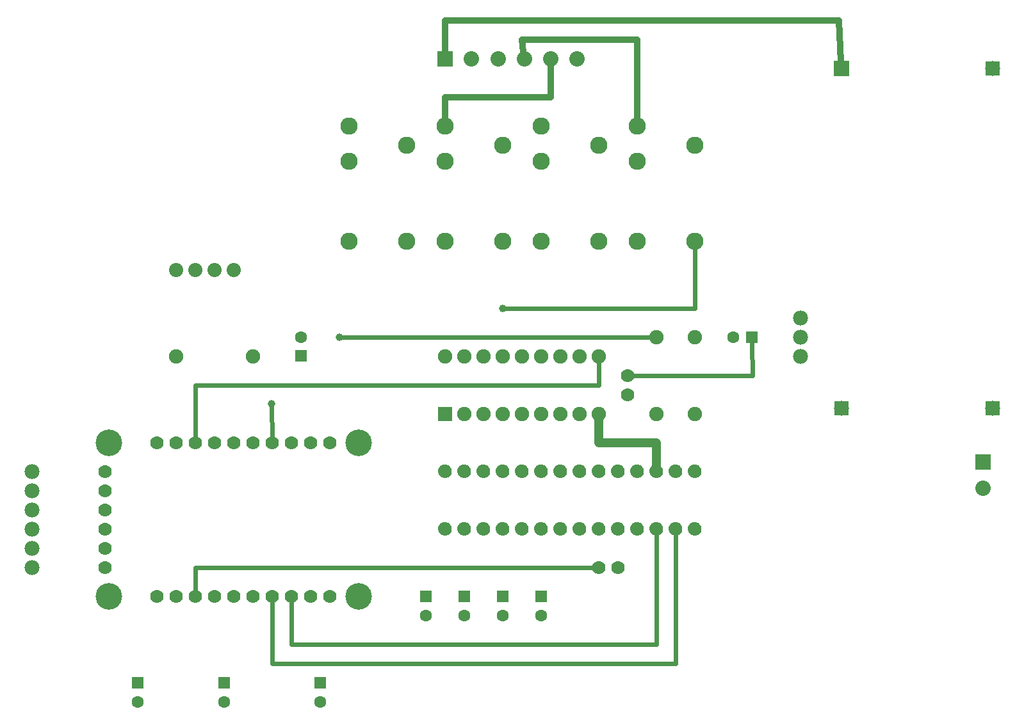
<source format=gtl>
G04 MADE WITH FRITZING*
G04 WWW.FRITZING.ORG*
G04 DOUBLE SIDED*
G04 HOLES PLATED*
G04 CONTOUR ON CENTER OF CONTOUR VECTOR*
%ASAXBY*%
%FSLAX23Y23*%
%MOIN*%
%OFA0B0*%
%SFA1.0B1.0*%
%ADD10C,0.138425*%
%ADD11C,0.070000*%
%ADD12C,0.075000*%
%ADD13C,0.062992*%
%ADD14C,0.080000*%
%ADD15C,0.078000*%
%ADD16C,0.039370*%
%ADD17C,0.090000*%
%ADD18C,0.073889*%
%ADD19R,0.062992X0.062992*%
%ADD20R,0.080000X0.080000*%
%ADD21R,0.075000X0.075000*%
%ADD22R,0.078000X0.078000*%
%ADD23C,0.048000*%
%ADD24C,0.024000*%
%ADD25C,0.032000*%
%ADD26R,0.001000X0.001000*%
%LNCOPPER1*%
G90*
G70*
G54D10*
X472Y1572D03*
X1772Y1572D03*
G54D11*
X452Y1422D03*
X452Y1322D03*
X452Y1222D03*
X452Y1122D03*
X452Y1022D03*
X452Y922D03*
X1622Y1572D03*
X1522Y1572D03*
X1422Y1572D03*
X1322Y1572D03*
X1222Y1572D03*
X1122Y1572D03*
X1022Y1572D03*
X922Y1572D03*
X822Y1572D03*
G54D10*
X1772Y772D03*
G54D11*
X722Y1572D03*
G54D10*
X472Y772D03*
G54D11*
X722Y772D03*
X822Y772D03*
X922Y772D03*
X1022Y772D03*
X1122Y772D03*
X1222Y772D03*
X1322Y772D03*
X1422Y772D03*
X1522Y772D03*
X1622Y772D03*
X2222Y1122D03*
X3422Y1422D03*
X2322Y1122D03*
X3522Y1422D03*
X2422Y1122D03*
X2522Y1122D03*
X2622Y1122D03*
X2722Y1122D03*
X3522Y1122D03*
X3422Y1122D03*
X3322Y1122D03*
X3222Y1122D03*
X2822Y1122D03*
X3022Y1122D03*
X2922Y1122D03*
X3122Y1122D03*
X3022Y1422D03*
X3122Y1422D03*
X3222Y1422D03*
X3322Y1422D03*
X2822Y1422D03*
X2922Y1422D03*
X2422Y1422D03*
X2522Y1422D03*
X2622Y1422D03*
X2722Y1422D03*
X2222Y1422D03*
X2322Y1422D03*
G54D12*
X3322Y1722D03*
X3322Y2122D03*
G54D13*
X2322Y771D03*
X2322Y672D03*
X2522Y771D03*
X2522Y672D03*
X2122Y771D03*
X2122Y672D03*
X2722Y771D03*
X2722Y672D03*
G54D11*
X3022Y922D03*
X3122Y922D03*
G54D13*
X622Y321D03*
X622Y222D03*
X1072Y321D03*
X1072Y222D03*
X1572Y321D03*
X1572Y222D03*
G54D14*
X5022Y1472D03*
X5022Y1334D03*
G54D15*
X4072Y2222D03*
X4072Y2122D03*
X4072Y2022D03*
X72Y1422D03*
X72Y1322D03*
X72Y1222D03*
X72Y1122D03*
X72Y1022D03*
X72Y922D03*
G54D16*
X1672Y2122D03*
X2522Y2272D03*
G54D12*
X2222Y1722D03*
X2222Y2022D03*
X2322Y1722D03*
X2322Y2022D03*
X2422Y1722D03*
X2422Y2022D03*
X2522Y1722D03*
X2522Y2022D03*
X2622Y1722D03*
X2622Y2022D03*
X2722Y1722D03*
X2722Y2022D03*
X2822Y1722D03*
X2822Y2022D03*
X2922Y1722D03*
X2922Y2022D03*
X3022Y1722D03*
X3022Y2022D03*
G54D11*
X3172Y1922D03*
X3172Y1822D03*
G54D17*
X2022Y3122D03*
X1722Y2622D03*
X2022Y2622D03*
X1722Y3222D03*
X1722Y3037D03*
X2022Y3122D03*
X1722Y2622D03*
X2022Y2622D03*
X1722Y3222D03*
X1722Y3037D03*
X2522Y3122D03*
X2222Y2622D03*
X2522Y2622D03*
X2222Y3222D03*
X2222Y3037D03*
X2522Y3122D03*
X2222Y2622D03*
X2522Y2622D03*
X2222Y3222D03*
X2222Y3037D03*
X3022Y3122D03*
X2722Y2622D03*
X3022Y2622D03*
X2722Y3222D03*
X2722Y3037D03*
X3022Y3122D03*
X2722Y2622D03*
X3022Y2622D03*
X2722Y3222D03*
X2722Y3037D03*
X3522Y3122D03*
X3222Y2622D03*
X3522Y2622D03*
X3222Y3222D03*
X3222Y3037D03*
X3522Y3122D03*
X3222Y2622D03*
X3522Y2622D03*
X3222Y3222D03*
X3222Y3037D03*
G54D14*
X2222Y3572D03*
X2360Y3572D03*
X2498Y3572D03*
X2636Y3572D03*
X2773Y3572D03*
X2911Y3572D03*
G54D18*
X1122Y2472D03*
X1022Y2472D03*
X922Y2472D03*
X822Y2472D03*
G54D12*
X822Y2022D03*
X1222Y2022D03*
G54D13*
X3821Y2122D03*
X3722Y2122D03*
G54D12*
X3522Y1722D03*
X3522Y2122D03*
G54D15*
X5072Y3522D03*
X4285Y3523D03*
X5072Y1751D03*
X4285Y1751D03*
G54D13*
X1472Y2024D03*
X1472Y2122D03*
G54D16*
X1320Y1773D03*
G54D19*
X2322Y771D03*
X2522Y771D03*
X2122Y771D03*
X2722Y771D03*
X622Y321D03*
X1072Y321D03*
X1572Y321D03*
G54D20*
X5022Y1472D03*
G54D21*
X2222Y1722D03*
G54D20*
X2222Y3572D03*
G54D19*
X3821Y2122D03*
G54D20*
X4285Y3522D03*
G54D22*
X5072Y3522D03*
X5072Y1751D03*
X4285Y1751D03*
G54D19*
X1472Y2024D03*
G54D23*
X3022Y1572D02*
X3322Y1572D01*
G54D24*
D02*
X1322Y422D02*
X3422Y422D01*
D02*
X1422Y522D02*
X3322Y522D01*
D02*
X1422Y741D02*
X1422Y522D01*
D02*
X3322Y522D02*
X3322Y1096D01*
D02*
X1322Y741D02*
X1322Y422D01*
D02*
X3422Y422D02*
X3422Y1096D01*
D02*
X2996Y922D02*
X922Y922D01*
D02*
X922Y922D02*
X922Y803D01*
G54D25*
D02*
X3222Y3264D02*
X3222Y3672D01*
D02*
X2772Y3372D02*
X2773Y3535D01*
D02*
X2222Y3264D02*
X2222Y3372D01*
D02*
X2222Y3372D02*
X2772Y3372D01*
G54D24*
D02*
X3022Y1872D02*
X922Y1872D01*
D02*
X3294Y2122D02*
X1691Y2122D01*
D02*
X3022Y1994D02*
X3022Y1872D01*
D02*
X922Y1872D02*
X922Y1603D01*
G54D23*
D02*
X3322Y1572D02*
X3322Y1448D01*
D02*
X3022Y1694D02*
X3022Y1572D01*
G54D25*
D02*
X4272Y3772D02*
X2222Y3772D01*
D02*
X4283Y3558D02*
X4272Y3772D01*
D02*
X2222Y3772D02*
X2222Y3609D01*
G54D24*
D02*
X3821Y2095D02*
X3822Y1922D01*
D02*
X3822Y1922D02*
X3198Y1922D01*
G54D25*
D02*
X3222Y3672D02*
X2622Y3672D01*
D02*
X2622Y3672D02*
X2631Y3608D01*
G54D24*
D02*
X3522Y2272D02*
X3522Y2585D01*
D02*
X2541Y2272D02*
X3522Y2272D01*
D02*
X1322Y1603D02*
X1320Y1754D01*
G54D26*
X2217Y1458D02*
X2226Y1458D01*
X2317Y1458D02*
X2326Y1458D01*
X2417Y1458D02*
X2426Y1458D01*
X2517Y1458D02*
X2526Y1458D01*
X2617Y1458D02*
X2626Y1458D01*
X2717Y1458D02*
X2726Y1458D01*
X2817Y1458D02*
X2826Y1458D01*
X2917Y1458D02*
X2926Y1458D01*
X3017Y1458D02*
X3026Y1458D01*
X3117Y1458D02*
X3126Y1458D01*
X3217Y1458D02*
X3226Y1458D01*
X3317Y1458D02*
X3326Y1458D01*
X3417Y1458D02*
X3426Y1458D01*
X3517Y1458D02*
X3526Y1458D01*
X2213Y1457D02*
X2230Y1457D01*
X2313Y1457D02*
X2330Y1457D01*
X2413Y1457D02*
X2430Y1457D01*
X2513Y1457D02*
X2530Y1457D01*
X2613Y1457D02*
X2630Y1457D01*
X2713Y1457D02*
X2730Y1457D01*
X2813Y1457D02*
X2830Y1457D01*
X2913Y1457D02*
X2930Y1457D01*
X3013Y1457D02*
X3030Y1457D01*
X3113Y1457D02*
X3130Y1457D01*
X3213Y1457D02*
X3230Y1457D01*
X3313Y1457D02*
X3330Y1457D01*
X3413Y1457D02*
X3430Y1457D01*
X3513Y1457D02*
X3530Y1457D01*
X2210Y1456D02*
X2233Y1456D01*
X2310Y1456D02*
X2333Y1456D01*
X2410Y1456D02*
X2433Y1456D01*
X2510Y1456D02*
X2533Y1456D01*
X2610Y1456D02*
X2633Y1456D01*
X2710Y1456D02*
X2733Y1456D01*
X2810Y1456D02*
X2833Y1456D01*
X2910Y1456D02*
X2933Y1456D01*
X3010Y1456D02*
X3033Y1456D01*
X3110Y1456D02*
X3133Y1456D01*
X3210Y1456D02*
X3233Y1456D01*
X3310Y1456D02*
X3333Y1456D01*
X3410Y1456D02*
X3433Y1456D01*
X3510Y1456D02*
X3533Y1456D01*
X2207Y1455D02*
X2236Y1455D01*
X2307Y1455D02*
X2336Y1455D01*
X2407Y1455D02*
X2435Y1455D01*
X2507Y1455D02*
X2535Y1455D01*
X2607Y1455D02*
X2635Y1455D01*
X2707Y1455D02*
X2735Y1455D01*
X2807Y1455D02*
X2835Y1455D01*
X2907Y1455D02*
X2935Y1455D01*
X3007Y1455D02*
X3035Y1455D01*
X3107Y1455D02*
X3135Y1455D01*
X3207Y1455D02*
X3235Y1455D01*
X3307Y1455D02*
X3335Y1455D01*
X3407Y1455D02*
X3435Y1455D01*
X3507Y1455D02*
X3535Y1455D01*
X2205Y1454D02*
X2238Y1454D01*
X2305Y1454D02*
X2338Y1454D01*
X2405Y1454D02*
X2438Y1454D01*
X2505Y1454D02*
X2538Y1454D01*
X2605Y1454D02*
X2638Y1454D01*
X2705Y1454D02*
X2738Y1454D01*
X2805Y1454D02*
X2838Y1454D01*
X2905Y1454D02*
X2938Y1454D01*
X3005Y1454D02*
X3038Y1454D01*
X3105Y1454D02*
X3137Y1454D01*
X3205Y1454D02*
X3237Y1454D01*
X3305Y1454D02*
X3337Y1454D01*
X3405Y1454D02*
X3437Y1454D01*
X3505Y1454D02*
X3537Y1454D01*
X2204Y1453D02*
X2239Y1453D01*
X2304Y1453D02*
X2339Y1453D01*
X2404Y1453D02*
X2439Y1453D01*
X2504Y1453D02*
X2539Y1453D01*
X2604Y1453D02*
X2639Y1453D01*
X2703Y1453D02*
X2739Y1453D01*
X2803Y1453D02*
X2839Y1453D01*
X2903Y1453D02*
X2939Y1453D01*
X3003Y1453D02*
X3039Y1453D01*
X3103Y1453D02*
X3139Y1453D01*
X3203Y1453D02*
X3239Y1453D01*
X3303Y1453D02*
X3339Y1453D01*
X3403Y1453D02*
X3439Y1453D01*
X3503Y1453D02*
X3539Y1453D01*
X2202Y1452D02*
X2241Y1452D01*
X2302Y1452D02*
X2341Y1452D01*
X2402Y1452D02*
X2441Y1452D01*
X2502Y1452D02*
X2541Y1452D01*
X2602Y1452D02*
X2641Y1452D01*
X2702Y1452D02*
X2741Y1452D01*
X2802Y1452D02*
X2841Y1452D01*
X2902Y1452D02*
X2941Y1452D01*
X3002Y1452D02*
X3041Y1452D01*
X3102Y1452D02*
X3141Y1452D01*
X3202Y1452D02*
X3241Y1452D01*
X3302Y1452D02*
X3341Y1452D01*
X3402Y1452D02*
X3441Y1452D01*
X3502Y1452D02*
X3541Y1452D01*
X2201Y1451D02*
X2242Y1451D01*
X2301Y1451D02*
X2342Y1451D01*
X2401Y1451D02*
X2442Y1451D01*
X2501Y1451D02*
X2542Y1451D01*
X2601Y1451D02*
X2642Y1451D01*
X2700Y1451D02*
X2742Y1451D01*
X2800Y1451D02*
X2842Y1451D01*
X2900Y1451D02*
X2942Y1451D01*
X3000Y1451D02*
X3042Y1451D01*
X3100Y1451D02*
X3142Y1451D01*
X3200Y1451D02*
X3242Y1451D01*
X3300Y1451D02*
X3342Y1451D01*
X3400Y1451D02*
X3442Y1451D01*
X3500Y1451D02*
X3542Y1451D01*
X2199Y1450D02*
X2244Y1450D01*
X2299Y1450D02*
X2344Y1450D01*
X2399Y1450D02*
X2444Y1450D01*
X2499Y1450D02*
X2544Y1450D01*
X2599Y1450D02*
X2644Y1450D01*
X2699Y1450D02*
X2744Y1450D01*
X2799Y1450D02*
X2844Y1450D01*
X2899Y1450D02*
X2944Y1450D01*
X2999Y1450D02*
X3044Y1450D01*
X3099Y1450D02*
X3144Y1450D01*
X3199Y1450D02*
X3244Y1450D01*
X3299Y1450D02*
X3344Y1450D01*
X3399Y1450D02*
X3444Y1450D01*
X3499Y1450D02*
X3543Y1450D01*
X2198Y1449D02*
X2245Y1449D01*
X2298Y1449D02*
X2345Y1449D01*
X2398Y1449D02*
X2445Y1449D01*
X2498Y1449D02*
X2545Y1449D01*
X2598Y1449D02*
X2645Y1449D01*
X2698Y1449D02*
X2745Y1449D01*
X2798Y1449D02*
X2845Y1449D01*
X2898Y1449D02*
X2945Y1449D01*
X2998Y1449D02*
X3045Y1449D01*
X3098Y1449D02*
X3145Y1449D01*
X3198Y1449D02*
X3245Y1449D01*
X3298Y1449D02*
X3345Y1449D01*
X3398Y1449D02*
X3445Y1449D01*
X3498Y1449D02*
X3545Y1449D01*
X2197Y1448D02*
X2246Y1448D01*
X2297Y1448D02*
X2346Y1448D01*
X2397Y1448D02*
X2446Y1448D01*
X2497Y1448D02*
X2546Y1448D01*
X2597Y1448D02*
X2646Y1448D01*
X2697Y1448D02*
X2746Y1448D01*
X2797Y1448D02*
X2846Y1448D01*
X2897Y1448D02*
X2946Y1448D01*
X2997Y1448D02*
X3046Y1448D01*
X3097Y1448D02*
X3146Y1448D01*
X3197Y1448D02*
X3246Y1448D01*
X3297Y1448D02*
X3346Y1448D01*
X3397Y1448D02*
X3446Y1448D01*
X3497Y1448D02*
X3546Y1448D01*
X2196Y1447D02*
X2247Y1447D01*
X2296Y1447D02*
X2347Y1447D01*
X2396Y1447D02*
X2447Y1447D01*
X2496Y1447D02*
X2547Y1447D01*
X2596Y1447D02*
X2647Y1447D01*
X2696Y1447D02*
X2747Y1447D01*
X2796Y1447D02*
X2847Y1447D01*
X2896Y1447D02*
X2947Y1447D01*
X2996Y1447D02*
X3047Y1447D01*
X3096Y1447D02*
X3147Y1447D01*
X3196Y1447D02*
X3247Y1447D01*
X3296Y1447D02*
X3347Y1447D01*
X3396Y1447D02*
X3447Y1447D01*
X3496Y1447D02*
X3547Y1447D01*
X2195Y1446D02*
X2248Y1446D01*
X2295Y1446D02*
X2348Y1446D01*
X2395Y1446D02*
X2448Y1446D01*
X2495Y1446D02*
X2548Y1446D01*
X2595Y1446D02*
X2648Y1446D01*
X2695Y1446D02*
X2748Y1446D01*
X2795Y1446D02*
X2848Y1446D01*
X2895Y1446D02*
X2948Y1446D01*
X2995Y1446D02*
X3048Y1446D01*
X3095Y1446D02*
X3148Y1446D01*
X3195Y1446D02*
X3248Y1446D01*
X3295Y1446D02*
X3347Y1446D01*
X3395Y1446D02*
X3447Y1446D01*
X3495Y1446D02*
X3547Y1446D01*
X2195Y1445D02*
X2248Y1445D01*
X2294Y1445D02*
X2348Y1445D01*
X2394Y1445D02*
X2448Y1445D01*
X2494Y1445D02*
X2548Y1445D01*
X2594Y1445D02*
X2648Y1445D01*
X2694Y1445D02*
X2748Y1445D01*
X2794Y1445D02*
X2848Y1445D01*
X2894Y1445D02*
X2948Y1445D01*
X2994Y1445D02*
X3048Y1445D01*
X3094Y1445D02*
X3148Y1445D01*
X3194Y1445D02*
X3248Y1445D01*
X3294Y1445D02*
X3348Y1445D01*
X3394Y1445D02*
X3448Y1445D01*
X3494Y1445D02*
X3548Y1445D01*
X2194Y1444D02*
X2249Y1444D01*
X2294Y1444D02*
X2349Y1444D01*
X2394Y1444D02*
X2449Y1444D01*
X2494Y1444D02*
X2549Y1444D01*
X2594Y1444D02*
X2649Y1444D01*
X2694Y1444D02*
X2749Y1444D01*
X2794Y1444D02*
X2849Y1444D01*
X2894Y1444D02*
X2949Y1444D01*
X2994Y1444D02*
X3049Y1444D01*
X3094Y1444D02*
X3149Y1444D01*
X3194Y1444D02*
X3249Y1444D01*
X3294Y1444D02*
X3349Y1444D01*
X3394Y1444D02*
X3449Y1444D01*
X3494Y1444D02*
X3549Y1444D01*
X2193Y1443D02*
X2250Y1443D01*
X2293Y1443D02*
X2350Y1443D01*
X2393Y1443D02*
X2450Y1443D01*
X2493Y1443D02*
X2550Y1443D01*
X2593Y1443D02*
X2650Y1443D01*
X2693Y1443D02*
X2750Y1443D01*
X2793Y1443D02*
X2850Y1443D01*
X2893Y1443D02*
X2950Y1443D01*
X2993Y1443D02*
X3050Y1443D01*
X3093Y1443D02*
X3150Y1443D01*
X3193Y1443D02*
X3250Y1443D01*
X3293Y1443D02*
X3350Y1443D01*
X3393Y1443D02*
X3450Y1443D01*
X3493Y1443D02*
X3550Y1443D01*
X2192Y1442D02*
X2250Y1442D01*
X2292Y1442D02*
X2350Y1442D01*
X2392Y1442D02*
X2450Y1442D01*
X2492Y1442D02*
X2550Y1442D01*
X2592Y1442D02*
X2650Y1442D01*
X2692Y1442D02*
X2750Y1442D01*
X2792Y1442D02*
X2850Y1442D01*
X2892Y1442D02*
X2950Y1442D01*
X2992Y1442D02*
X3050Y1442D01*
X3092Y1442D02*
X3150Y1442D01*
X3192Y1442D02*
X3250Y1442D01*
X3292Y1442D02*
X3350Y1442D01*
X3392Y1442D02*
X3450Y1442D01*
X3492Y1442D02*
X3550Y1442D01*
X2192Y1441D02*
X2251Y1441D01*
X2292Y1441D02*
X2351Y1441D01*
X2392Y1441D02*
X2451Y1441D01*
X2492Y1441D02*
X2551Y1441D01*
X2592Y1441D02*
X2651Y1441D01*
X2692Y1441D02*
X2751Y1441D01*
X2792Y1441D02*
X2851Y1441D01*
X2892Y1441D02*
X2951Y1441D01*
X2992Y1441D02*
X3051Y1441D01*
X3092Y1441D02*
X3151Y1441D01*
X3192Y1441D02*
X3251Y1441D01*
X3292Y1441D02*
X3351Y1441D01*
X3392Y1441D02*
X3451Y1441D01*
X3492Y1441D02*
X3551Y1441D01*
X2191Y1440D02*
X2252Y1440D01*
X2291Y1440D02*
X2352Y1440D01*
X2391Y1440D02*
X2452Y1440D01*
X2491Y1440D02*
X2552Y1440D01*
X2591Y1440D02*
X2652Y1440D01*
X2691Y1440D02*
X2752Y1440D01*
X2791Y1440D02*
X2851Y1440D01*
X2891Y1440D02*
X2951Y1440D01*
X2991Y1440D02*
X3051Y1440D01*
X3091Y1440D02*
X3151Y1440D01*
X3191Y1440D02*
X3251Y1440D01*
X3291Y1440D02*
X3351Y1440D01*
X3391Y1440D02*
X3451Y1440D01*
X3491Y1440D02*
X3551Y1440D01*
X2191Y1439D02*
X2252Y1439D01*
X2291Y1439D02*
X2352Y1439D01*
X2391Y1439D02*
X2452Y1439D01*
X2491Y1439D02*
X2552Y1439D01*
X2591Y1439D02*
X2652Y1439D01*
X2691Y1439D02*
X2752Y1439D01*
X2791Y1439D02*
X2852Y1439D01*
X2891Y1439D02*
X2952Y1439D01*
X2991Y1439D02*
X3052Y1439D01*
X3091Y1439D02*
X3152Y1439D01*
X3191Y1439D02*
X3252Y1439D01*
X3291Y1439D02*
X3352Y1439D01*
X3391Y1439D02*
X3452Y1439D01*
X3491Y1439D02*
X3552Y1439D01*
X2190Y1438D02*
X2217Y1438D01*
X2226Y1438D02*
X2253Y1438D01*
X2290Y1438D02*
X2317Y1438D01*
X2326Y1438D02*
X2353Y1438D01*
X2390Y1438D02*
X2417Y1438D01*
X2426Y1438D02*
X2453Y1438D01*
X2490Y1438D02*
X2517Y1438D01*
X2526Y1438D02*
X2552Y1438D01*
X2590Y1438D02*
X2617Y1438D01*
X2626Y1438D02*
X2652Y1438D01*
X2690Y1438D02*
X2717Y1438D01*
X2726Y1438D02*
X2752Y1438D01*
X2790Y1438D02*
X2817Y1438D01*
X2826Y1438D02*
X2852Y1438D01*
X2890Y1438D02*
X2917Y1438D01*
X2926Y1438D02*
X2952Y1438D01*
X2990Y1438D02*
X3017Y1438D01*
X3026Y1438D02*
X3052Y1438D01*
X3090Y1438D02*
X3117Y1438D01*
X3126Y1438D02*
X3152Y1438D01*
X3190Y1438D02*
X3217Y1438D01*
X3226Y1438D02*
X3252Y1438D01*
X3290Y1438D02*
X3317Y1438D01*
X3326Y1438D02*
X3352Y1438D01*
X3390Y1438D02*
X3417Y1438D01*
X3426Y1438D02*
X3452Y1438D01*
X3490Y1438D02*
X3517Y1438D01*
X3526Y1438D02*
X3552Y1438D01*
X2190Y1437D02*
X2214Y1437D01*
X2229Y1437D02*
X2253Y1437D01*
X2290Y1437D02*
X2314Y1437D01*
X2329Y1437D02*
X2353Y1437D01*
X2390Y1437D02*
X2414Y1437D01*
X2429Y1437D02*
X2453Y1437D01*
X2490Y1437D02*
X2514Y1437D01*
X2529Y1437D02*
X2553Y1437D01*
X2590Y1437D02*
X2614Y1437D01*
X2629Y1437D02*
X2653Y1437D01*
X2690Y1437D02*
X2714Y1437D01*
X2729Y1437D02*
X2753Y1437D01*
X2790Y1437D02*
X2814Y1437D01*
X2828Y1437D02*
X2853Y1437D01*
X2890Y1437D02*
X2914Y1437D01*
X2928Y1437D02*
X2953Y1437D01*
X2990Y1437D02*
X3014Y1437D01*
X3028Y1437D02*
X3053Y1437D01*
X3090Y1437D02*
X3114Y1437D01*
X3128Y1437D02*
X3153Y1437D01*
X3190Y1437D02*
X3214Y1437D01*
X3228Y1437D02*
X3253Y1437D01*
X3290Y1437D02*
X3314Y1437D01*
X3328Y1437D02*
X3353Y1437D01*
X3390Y1437D02*
X3414Y1437D01*
X3428Y1437D02*
X3453Y1437D01*
X3490Y1437D02*
X3514Y1437D01*
X3528Y1437D02*
X3553Y1437D01*
X2190Y1436D02*
X2213Y1436D01*
X2230Y1436D02*
X2253Y1436D01*
X2289Y1436D02*
X2313Y1436D01*
X2330Y1436D02*
X2353Y1436D01*
X2389Y1436D02*
X2413Y1436D01*
X2430Y1436D02*
X2453Y1436D01*
X2489Y1436D02*
X2513Y1436D01*
X2530Y1436D02*
X2553Y1436D01*
X2589Y1436D02*
X2613Y1436D01*
X2630Y1436D02*
X2653Y1436D01*
X2689Y1436D02*
X2713Y1436D01*
X2730Y1436D02*
X2753Y1436D01*
X2789Y1436D02*
X2813Y1436D01*
X2830Y1436D02*
X2853Y1436D01*
X2889Y1436D02*
X2913Y1436D01*
X2930Y1436D02*
X2953Y1436D01*
X2989Y1436D02*
X3013Y1436D01*
X3030Y1436D02*
X3053Y1436D01*
X3089Y1436D02*
X3113Y1436D01*
X3130Y1436D02*
X3153Y1436D01*
X3189Y1436D02*
X3213Y1436D01*
X3230Y1436D02*
X3253Y1436D01*
X3289Y1436D02*
X3312Y1436D01*
X3330Y1436D02*
X3353Y1436D01*
X3389Y1436D02*
X3412Y1436D01*
X3430Y1436D02*
X3453Y1436D01*
X3489Y1436D02*
X3512Y1436D01*
X3530Y1436D02*
X3553Y1436D01*
X2189Y1435D02*
X2211Y1435D01*
X2231Y1435D02*
X2254Y1435D01*
X2289Y1435D02*
X2311Y1435D01*
X2331Y1435D02*
X2354Y1435D01*
X2389Y1435D02*
X2411Y1435D01*
X2431Y1435D02*
X2454Y1435D01*
X2489Y1435D02*
X2511Y1435D01*
X2531Y1435D02*
X2554Y1435D01*
X2589Y1435D02*
X2611Y1435D01*
X2631Y1435D02*
X2654Y1435D01*
X2689Y1435D02*
X2711Y1435D01*
X2731Y1435D02*
X2754Y1435D01*
X2789Y1435D02*
X2811Y1435D01*
X2831Y1435D02*
X2854Y1435D01*
X2889Y1435D02*
X2911Y1435D01*
X2931Y1435D02*
X2954Y1435D01*
X2989Y1435D02*
X3011Y1435D01*
X3031Y1435D02*
X3054Y1435D01*
X3089Y1435D02*
X3111Y1435D01*
X3131Y1435D02*
X3154Y1435D01*
X3189Y1435D02*
X3211Y1435D01*
X3231Y1435D02*
X3254Y1435D01*
X3289Y1435D02*
X3311Y1435D01*
X3331Y1435D02*
X3354Y1435D01*
X3389Y1435D02*
X3411Y1435D01*
X3431Y1435D02*
X3454Y1435D01*
X3489Y1435D02*
X3511Y1435D01*
X3531Y1435D02*
X3554Y1435D01*
X2189Y1434D02*
X2210Y1434D01*
X2233Y1434D02*
X2254Y1434D01*
X2289Y1434D02*
X2310Y1434D01*
X2333Y1434D02*
X2354Y1434D01*
X2389Y1434D02*
X2410Y1434D01*
X2433Y1434D02*
X2454Y1434D01*
X2489Y1434D02*
X2510Y1434D01*
X2533Y1434D02*
X2554Y1434D01*
X2589Y1434D02*
X2610Y1434D01*
X2632Y1434D02*
X2654Y1434D01*
X2689Y1434D02*
X2710Y1434D01*
X2732Y1434D02*
X2754Y1434D01*
X2789Y1434D02*
X2810Y1434D01*
X2832Y1434D02*
X2854Y1434D01*
X2889Y1434D02*
X2910Y1434D01*
X2932Y1434D02*
X2954Y1434D01*
X2989Y1434D02*
X3010Y1434D01*
X3032Y1434D02*
X3054Y1434D01*
X3089Y1434D02*
X3110Y1434D01*
X3132Y1434D02*
X3154Y1434D01*
X3189Y1434D02*
X3210Y1434D01*
X3232Y1434D02*
X3254Y1434D01*
X3289Y1434D02*
X3310Y1434D01*
X3332Y1434D02*
X3354Y1434D01*
X3389Y1434D02*
X3410Y1434D01*
X3432Y1434D02*
X3454Y1434D01*
X3489Y1434D02*
X3510Y1434D01*
X3532Y1434D02*
X3554Y1434D01*
X2188Y1433D02*
X2209Y1433D01*
X2233Y1433D02*
X2254Y1433D01*
X2288Y1433D02*
X2309Y1433D01*
X2333Y1433D02*
X2354Y1433D01*
X2388Y1433D02*
X2409Y1433D01*
X2433Y1433D02*
X2454Y1433D01*
X2488Y1433D02*
X2509Y1433D01*
X2533Y1433D02*
X2554Y1433D01*
X2588Y1433D02*
X2609Y1433D01*
X2633Y1433D02*
X2654Y1433D01*
X2688Y1433D02*
X2709Y1433D01*
X2733Y1433D02*
X2754Y1433D01*
X2788Y1433D02*
X2809Y1433D01*
X2833Y1433D02*
X2854Y1433D01*
X2888Y1433D02*
X2909Y1433D01*
X2933Y1433D02*
X2954Y1433D01*
X2988Y1433D02*
X3009Y1433D01*
X3033Y1433D02*
X3054Y1433D01*
X3088Y1433D02*
X3109Y1433D01*
X3133Y1433D02*
X3154Y1433D01*
X3188Y1433D02*
X3209Y1433D01*
X3233Y1433D02*
X3254Y1433D01*
X3288Y1433D02*
X3309Y1433D01*
X3333Y1433D02*
X3354Y1433D01*
X3388Y1433D02*
X3409Y1433D01*
X3433Y1433D02*
X3454Y1433D01*
X3488Y1433D02*
X3509Y1433D01*
X3533Y1433D02*
X3554Y1433D01*
X2188Y1432D02*
X2209Y1432D01*
X2234Y1432D02*
X2255Y1432D01*
X2288Y1432D02*
X2309Y1432D01*
X2334Y1432D02*
X2355Y1432D01*
X2388Y1432D02*
X2409Y1432D01*
X2434Y1432D02*
X2455Y1432D01*
X2488Y1432D02*
X2509Y1432D01*
X2534Y1432D02*
X2555Y1432D01*
X2588Y1432D02*
X2609Y1432D01*
X2634Y1432D02*
X2655Y1432D01*
X2688Y1432D02*
X2709Y1432D01*
X2734Y1432D02*
X2755Y1432D01*
X2788Y1432D02*
X2808Y1432D01*
X2834Y1432D02*
X2855Y1432D01*
X2888Y1432D02*
X2908Y1432D01*
X2934Y1432D02*
X2955Y1432D01*
X2988Y1432D02*
X3008Y1432D01*
X3034Y1432D02*
X3055Y1432D01*
X3088Y1432D02*
X3108Y1432D01*
X3134Y1432D02*
X3155Y1432D01*
X3188Y1432D02*
X3208Y1432D01*
X3234Y1432D02*
X3255Y1432D01*
X3288Y1432D02*
X3308Y1432D01*
X3334Y1432D02*
X3355Y1432D01*
X3388Y1432D02*
X3408Y1432D01*
X3434Y1432D02*
X3455Y1432D01*
X3488Y1432D02*
X3508Y1432D01*
X3534Y1432D02*
X3555Y1432D01*
X2188Y1431D02*
X2208Y1431D01*
X2235Y1431D02*
X2255Y1431D01*
X2288Y1431D02*
X2308Y1431D01*
X2335Y1431D02*
X2355Y1431D01*
X2388Y1431D02*
X2408Y1431D01*
X2435Y1431D02*
X2455Y1431D01*
X2488Y1431D02*
X2508Y1431D01*
X2535Y1431D02*
X2555Y1431D01*
X2588Y1431D02*
X2608Y1431D01*
X2635Y1431D02*
X2655Y1431D01*
X2688Y1431D02*
X2708Y1431D01*
X2735Y1431D02*
X2755Y1431D01*
X2788Y1431D02*
X2808Y1431D01*
X2835Y1431D02*
X2855Y1431D01*
X2888Y1431D02*
X2908Y1431D01*
X2935Y1431D02*
X2955Y1431D01*
X2988Y1431D02*
X3008Y1431D01*
X3035Y1431D02*
X3055Y1431D01*
X3088Y1431D02*
X3108Y1431D01*
X3135Y1431D02*
X3155Y1431D01*
X3188Y1431D02*
X3208Y1431D01*
X3235Y1431D02*
X3255Y1431D01*
X3288Y1431D02*
X3308Y1431D01*
X3335Y1431D02*
X3355Y1431D01*
X3388Y1431D02*
X3408Y1431D01*
X3435Y1431D02*
X3455Y1431D01*
X3488Y1431D02*
X3508Y1431D01*
X3535Y1431D02*
X3555Y1431D01*
X2188Y1430D02*
X2207Y1430D01*
X2236Y1430D02*
X2255Y1430D01*
X2288Y1430D02*
X2307Y1430D01*
X2336Y1430D02*
X2355Y1430D01*
X2388Y1430D02*
X2407Y1430D01*
X2436Y1430D02*
X2455Y1430D01*
X2488Y1430D02*
X2507Y1430D01*
X2536Y1430D02*
X2555Y1430D01*
X2588Y1430D02*
X2607Y1430D01*
X2636Y1430D02*
X2655Y1430D01*
X2688Y1430D02*
X2707Y1430D01*
X2735Y1430D02*
X2755Y1430D01*
X2788Y1430D02*
X2807Y1430D01*
X2835Y1430D02*
X2855Y1430D01*
X2888Y1430D02*
X2907Y1430D01*
X2935Y1430D02*
X2955Y1430D01*
X2988Y1430D02*
X3007Y1430D01*
X3035Y1430D02*
X3055Y1430D01*
X3088Y1430D02*
X3107Y1430D01*
X3135Y1430D02*
X3155Y1430D01*
X3188Y1430D02*
X3207Y1430D01*
X3235Y1430D02*
X3255Y1430D01*
X3288Y1430D02*
X3307Y1430D01*
X3335Y1430D02*
X3355Y1430D01*
X3388Y1430D02*
X3407Y1430D01*
X3435Y1430D02*
X3455Y1430D01*
X3488Y1430D02*
X3507Y1430D01*
X3535Y1430D02*
X3555Y1430D01*
X2188Y1429D02*
X2207Y1429D01*
X2236Y1429D02*
X2255Y1429D01*
X2287Y1429D02*
X2307Y1429D01*
X2336Y1429D02*
X2355Y1429D01*
X2387Y1429D02*
X2407Y1429D01*
X2436Y1429D02*
X2455Y1429D01*
X2487Y1429D02*
X2507Y1429D01*
X2536Y1429D02*
X2555Y1429D01*
X2587Y1429D02*
X2607Y1429D01*
X2636Y1429D02*
X2655Y1429D01*
X2687Y1429D02*
X2707Y1429D01*
X2736Y1429D02*
X2755Y1429D01*
X2787Y1429D02*
X2807Y1429D01*
X2836Y1429D02*
X2855Y1429D01*
X2887Y1429D02*
X2907Y1429D01*
X2936Y1429D02*
X2955Y1429D01*
X2987Y1429D02*
X3007Y1429D01*
X3036Y1429D02*
X3055Y1429D01*
X3087Y1429D02*
X3107Y1429D01*
X3136Y1429D02*
X3155Y1429D01*
X3187Y1429D02*
X3207Y1429D01*
X3236Y1429D02*
X3255Y1429D01*
X3287Y1429D02*
X3307Y1429D01*
X3336Y1429D02*
X3355Y1429D01*
X3387Y1429D02*
X3407Y1429D01*
X3436Y1429D02*
X3455Y1429D01*
X3487Y1429D02*
X3507Y1429D01*
X3536Y1429D02*
X3555Y1429D01*
X2187Y1428D02*
X2207Y1428D01*
X2236Y1428D02*
X2256Y1428D01*
X2287Y1428D02*
X2307Y1428D01*
X2336Y1428D02*
X2356Y1428D01*
X2387Y1428D02*
X2407Y1428D01*
X2436Y1428D02*
X2456Y1428D01*
X2487Y1428D02*
X2507Y1428D01*
X2536Y1428D02*
X2556Y1428D01*
X2587Y1428D02*
X2607Y1428D01*
X2636Y1428D02*
X2655Y1428D01*
X2687Y1428D02*
X2707Y1428D01*
X2736Y1428D02*
X2755Y1428D01*
X2787Y1428D02*
X2806Y1428D01*
X2836Y1428D02*
X2855Y1428D01*
X2887Y1428D02*
X2906Y1428D01*
X2936Y1428D02*
X2955Y1428D01*
X2987Y1428D02*
X3006Y1428D01*
X3036Y1428D02*
X3055Y1428D01*
X3087Y1428D02*
X3106Y1428D01*
X3136Y1428D02*
X3155Y1428D01*
X3187Y1428D02*
X3206Y1428D01*
X3236Y1428D02*
X3255Y1428D01*
X3287Y1428D02*
X3306Y1428D01*
X3336Y1428D02*
X3355Y1428D01*
X3387Y1428D02*
X3406Y1428D01*
X3436Y1428D02*
X3455Y1428D01*
X3487Y1428D02*
X3506Y1428D01*
X3536Y1428D02*
X3555Y1428D01*
X2187Y1427D02*
X2206Y1427D01*
X2237Y1427D02*
X2256Y1427D01*
X2287Y1427D02*
X2306Y1427D01*
X2337Y1427D02*
X2356Y1427D01*
X2387Y1427D02*
X2406Y1427D01*
X2437Y1427D02*
X2456Y1427D01*
X2487Y1427D02*
X2506Y1427D01*
X2537Y1427D02*
X2556Y1427D01*
X2587Y1427D02*
X2606Y1427D01*
X2637Y1427D02*
X2656Y1427D01*
X2687Y1427D02*
X2706Y1427D01*
X2737Y1427D02*
X2756Y1427D01*
X2787Y1427D02*
X2806Y1427D01*
X2837Y1427D02*
X2856Y1427D01*
X2887Y1427D02*
X2906Y1427D01*
X2937Y1427D02*
X2956Y1427D01*
X2987Y1427D02*
X3006Y1427D01*
X3037Y1427D02*
X3056Y1427D01*
X3087Y1427D02*
X3106Y1427D01*
X3136Y1427D02*
X3156Y1427D01*
X3187Y1427D02*
X3206Y1427D01*
X3236Y1427D02*
X3256Y1427D01*
X3287Y1427D02*
X3306Y1427D01*
X3336Y1427D02*
X3356Y1427D01*
X3387Y1427D02*
X3406Y1427D01*
X3436Y1427D02*
X3456Y1427D01*
X3487Y1427D02*
X3506Y1427D01*
X3536Y1427D02*
X3556Y1427D01*
X2187Y1426D02*
X2206Y1426D01*
X2237Y1426D02*
X2256Y1426D01*
X2287Y1426D02*
X2306Y1426D01*
X2337Y1426D02*
X2356Y1426D01*
X2387Y1426D02*
X2406Y1426D01*
X2437Y1426D02*
X2456Y1426D01*
X2487Y1426D02*
X2506Y1426D01*
X2537Y1426D02*
X2556Y1426D01*
X2587Y1426D02*
X2606Y1426D01*
X2637Y1426D02*
X2656Y1426D01*
X2687Y1426D02*
X2706Y1426D01*
X2737Y1426D02*
X2756Y1426D01*
X2787Y1426D02*
X2806Y1426D01*
X2837Y1426D02*
X2856Y1426D01*
X2887Y1426D02*
X2906Y1426D01*
X2937Y1426D02*
X2956Y1426D01*
X2987Y1426D02*
X3006Y1426D01*
X3037Y1426D02*
X3056Y1426D01*
X3087Y1426D02*
X3106Y1426D01*
X3137Y1426D02*
X3156Y1426D01*
X3187Y1426D02*
X3206Y1426D01*
X3237Y1426D02*
X3256Y1426D01*
X3287Y1426D02*
X3306Y1426D01*
X3337Y1426D02*
X3356Y1426D01*
X3387Y1426D02*
X3406Y1426D01*
X3437Y1426D02*
X3456Y1426D01*
X3487Y1426D02*
X3506Y1426D01*
X3537Y1426D02*
X3556Y1426D01*
X2187Y1425D02*
X2206Y1425D01*
X2237Y1425D02*
X2256Y1425D01*
X2287Y1425D02*
X2306Y1425D01*
X2337Y1425D02*
X2356Y1425D01*
X2387Y1425D02*
X2406Y1425D01*
X2437Y1425D02*
X2456Y1425D01*
X2487Y1425D02*
X2506Y1425D01*
X2537Y1425D02*
X2556Y1425D01*
X2587Y1425D02*
X2606Y1425D01*
X2637Y1425D02*
X2656Y1425D01*
X2687Y1425D02*
X2706Y1425D01*
X2737Y1425D02*
X2756Y1425D01*
X2787Y1425D02*
X2806Y1425D01*
X2837Y1425D02*
X2856Y1425D01*
X2887Y1425D02*
X2906Y1425D01*
X2937Y1425D02*
X2956Y1425D01*
X2987Y1425D02*
X3006Y1425D01*
X3037Y1425D02*
X3056Y1425D01*
X3087Y1425D02*
X3106Y1425D01*
X3137Y1425D02*
X3156Y1425D01*
X3187Y1425D02*
X3206Y1425D01*
X3237Y1425D02*
X3256Y1425D01*
X3287Y1425D02*
X3306Y1425D01*
X3337Y1425D02*
X3356Y1425D01*
X3387Y1425D02*
X3406Y1425D01*
X3437Y1425D02*
X3456Y1425D01*
X3487Y1425D02*
X3506Y1425D01*
X3537Y1425D02*
X3556Y1425D01*
X2187Y1424D02*
X2206Y1424D01*
X2237Y1424D02*
X2256Y1424D01*
X2287Y1424D02*
X2306Y1424D01*
X2337Y1424D02*
X2356Y1424D01*
X2387Y1424D02*
X2406Y1424D01*
X2437Y1424D02*
X2456Y1424D01*
X2487Y1424D02*
X2506Y1424D01*
X2537Y1424D02*
X2556Y1424D01*
X2587Y1424D02*
X2606Y1424D01*
X2637Y1424D02*
X2656Y1424D01*
X2687Y1424D02*
X2706Y1424D01*
X2737Y1424D02*
X2756Y1424D01*
X2787Y1424D02*
X2806Y1424D01*
X2837Y1424D02*
X2856Y1424D01*
X2887Y1424D02*
X2906Y1424D01*
X2937Y1424D02*
X2956Y1424D01*
X2987Y1424D02*
X3006Y1424D01*
X3037Y1424D02*
X3056Y1424D01*
X3087Y1424D02*
X3106Y1424D01*
X3137Y1424D02*
X3156Y1424D01*
X3187Y1424D02*
X3206Y1424D01*
X3237Y1424D02*
X3256Y1424D01*
X3287Y1424D02*
X3306Y1424D01*
X3337Y1424D02*
X3356Y1424D01*
X3387Y1424D02*
X3406Y1424D01*
X3437Y1424D02*
X3456Y1424D01*
X3487Y1424D02*
X3506Y1424D01*
X3537Y1424D02*
X3556Y1424D01*
X2187Y1423D02*
X2206Y1423D01*
X2237Y1423D02*
X2256Y1423D01*
X2287Y1423D02*
X2306Y1423D01*
X2337Y1423D02*
X2356Y1423D01*
X2387Y1423D02*
X2406Y1423D01*
X2437Y1423D02*
X2456Y1423D01*
X2487Y1423D02*
X2506Y1423D01*
X2537Y1423D02*
X2556Y1423D01*
X2587Y1423D02*
X2606Y1423D01*
X2637Y1423D02*
X2656Y1423D01*
X2687Y1423D02*
X2706Y1423D01*
X2737Y1423D02*
X2756Y1423D01*
X2787Y1423D02*
X2806Y1423D01*
X2837Y1423D02*
X2856Y1423D01*
X2887Y1423D02*
X2906Y1423D01*
X2937Y1423D02*
X2956Y1423D01*
X2987Y1423D02*
X3006Y1423D01*
X3037Y1423D02*
X3056Y1423D01*
X3087Y1423D02*
X3106Y1423D01*
X3137Y1423D02*
X3156Y1423D01*
X3187Y1423D02*
X3206Y1423D01*
X3237Y1423D02*
X3256Y1423D01*
X3287Y1423D02*
X3306Y1423D01*
X3337Y1423D02*
X3356Y1423D01*
X3387Y1423D02*
X3406Y1423D01*
X3437Y1423D02*
X3456Y1423D01*
X3487Y1423D02*
X3506Y1423D01*
X3537Y1423D02*
X3556Y1423D01*
X2187Y1422D02*
X2206Y1422D01*
X2237Y1422D02*
X2256Y1422D01*
X2287Y1422D02*
X2306Y1422D01*
X2337Y1422D02*
X2356Y1422D01*
X2387Y1422D02*
X2406Y1422D01*
X2437Y1422D02*
X2456Y1422D01*
X2487Y1422D02*
X2506Y1422D01*
X2537Y1422D02*
X2556Y1422D01*
X2587Y1422D02*
X2606Y1422D01*
X2637Y1422D02*
X2656Y1422D01*
X2687Y1422D02*
X2706Y1422D01*
X2737Y1422D02*
X2756Y1422D01*
X2787Y1422D02*
X2806Y1422D01*
X2837Y1422D02*
X2856Y1422D01*
X2887Y1422D02*
X2906Y1422D01*
X2937Y1422D02*
X2956Y1422D01*
X2987Y1422D02*
X3006Y1422D01*
X3037Y1422D02*
X3056Y1422D01*
X3087Y1422D02*
X3106Y1422D01*
X3137Y1422D02*
X3156Y1422D01*
X3187Y1422D02*
X3206Y1422D01*
X3237Y1422D02*
X3256Y1422D01*
X3287Y1422D02*
X3306Y1422D01*
X3337Y1422D02*
X3356Y1422D01*
X3387Y1422D02*
X3406Y1422D01*
X3437Y1422D02*
X3456Y1422D01*
X3487Y1422D02*
X3506Y1422D01*
X3537Y1422D02*
X3556Y1422D01*
X2187Y1421D02*
X2206Y1421D01*
X2237Y1421D02*
X2256Y1421D01*
X2287Y1421D02*
X2306Y1421D01*
X2337Y1421D02*
X2356Y1421D01*
X2387Y1421D02*
X2406Y1421D01*
X2437Y1421D02*
X2456Y1421D01*
X2487Y1421D02*
X2506Y1421D01*
X2537Y1421D02*
X2556Y1421D01*
X2587Y1421D02*
X2606Y1421D01*
X2637Y1421D02*
X2656Y1421D01*
X2687Y1421D02*
X2706Y1421D01*
X2737Y1421D02*
X2756Y1421D01*
X2787Y1421D02*
X2806Y1421D01*
X2837Y1421D02*
X2856Y1421D01*
X2887Y1421D02*
X2906Y1421D01*
X2937Y1421D02*
X2956Y1421D01*
X2987Y1421D02*
X3006Y1421D01*
X3037Y1421D02*
X3056Y1421D01*
X3087Y1421D02*
X3106Y1421D01*
X3137Y1421D02*
X3156Y1421D01*
X3187Y1421D02*
X3206Y1421D01*
X3237Y1421D02*
X3256Y1421D01*
X3287Y1421D02*
X3306Y1421D01*
X3337Y1421D02*
X3356Y1421D01*
X3387Y1421D02*
X3406Y1421D01*
X3437Y1421D02*
X3456Y1421D01*
X3487Y1421D02*
X3506Y1421D01*
X3537Y1421D02*
X3556Y1421D01*
X2187Y1420D02*
X2206Y1420D01*
X2237Y1420D02*
X2256Y1420D01*
X2287Y1420D02*
X2306Y1420D01*
X2337Y1420D02*
X2356Y1420D01*
X2387Y1420D02*
X2406Y1420D01*
X2437Y1420D02*
X2456Y1420D01*
X2487Y1420D02*
X2506Y1420D01*
X2537Y1420D02*
X2556Y1420D01*
X2587Y1420D02*
X2606Y1420D01*
X2637Y1420D02*
X2656Y1420D01*
X2687Y1420D02*
X2706Y1420D01*
X2737Y1420D02*
X2756Y1420D01*
X2787Y1420D02*
X2806Y1420D01*
X2837Y1420D02*
X2856Y1420D01*
X2887Y1420D02*
X2906Y1420D01*
X2937Y1420D02*
X2956Y1420D01*
X2987Y1420D02*
X3006Y1420D01*
X3037Y1420D02*
X3056Y1420D01*
X3087Y1420D02*
X3106Y1420D01*
X3137Y1420D02*
X3156Y1420D01*
X3187Y1420D02*
X3206Y1420D01*
X3237Y1420D02*
X3256Y1420D01*
X3287Y1420D02*
X3306Y1420D01*
X3337Y1420D02*
X3356Y1420D01*
X3387Y1420D02*
X3406Y1420D01*
X3436Y1420D02*
X3456Y1420D01*
X3487Y1420D02*
X3506Y1420D01*
X3536Y1420D02*
X3556Y1420D01*
X2187Y1419D02*
X2207Y1419D01*
X2236Y1419D02*
X2256Y1419D01*
X2287Y1419D02*
X2307Y1419D01*
X2336Y1419D02*
X2356Y1419D01*
X2387Y1419D02*
X2406Y1419D01*
X2436Y1419D02*
X2456Y1419D01*
X2487Y1419D02*
X2506Y1419D01*
X2536Y1419D02*
X2556Y1419D01*
X2587Y1419D02*
X2606Y1419D01*
X2636Y1419D02*
X2656Y1419D01*
X2687Y1419D02*
X2706Y1419D01*
X2736Y1419D02*
X2756Y1419D01*
X2787Y1419D02*
X2806Y1419D01*
X2836Y1419D02*
X2856Y1419D01*
X2887Y1419D02*
X2906Y1419D01*
X2936Y1419D02*
X2955Y1419D01*
X2987Y1419D02*
X3006Y1419D01*
X3036Y1419D02*
X3055Y1419D01*
X3087Y1419D02*
X3106Y1419D01*
X3136Y1419D02*
X3155Y1419D01*
X3187Y1419D02*
X3206Y1419D01*
X3236Y1419D02*
X3255Y1419D01*
X3287Y1419D02*
X3306Y1419D01*
X3336Y1419D02*
X3355Y1419D01*
X3387Y1419D02*
X3406Y1419D01*
X3436Y1419D02*
X3455Y1419D01*
X3487Y1419D02*
X3506Y1419D01*
X3536Y1419D02*
X3555Y1419D01*
X2187Y1418D02*
X2207Y1418D01*
X2236Y1418D02*
X2255Y1418D01*
X2287Y1418D02*
X2307Y1418D01*
X2336Y1418D02*
X2355Y1418D01*
X2387Y1418D02*
X2407Y1418D01*
X2436Y1418D02*
X2455Y1418D01*
X2487Y1418D02*
X2507Y1418D01*
X2536Y1418D02*
X2555Y1418D01*
X2587Y1418D02*
X2607Y1418D01*
X2636Y1418D02*
X2655Y1418D01*
X2687Y1418D02*
X2707Y1418D01*
X2736Y1418D02*
X2755Y1418D01*
X2787Y1418D02*
X2807Y1418D01*
X2836Y1418D02*
X2855Y1418D01*
X2887Y1418D02*
X2907Y1418D01*
X2936Y1418D02*
X2955Y1418D01*
X2987Y1418D02*
X3007Y1418D01*
X3036Y1418D02*
X3055Y1418D01*
X3087Y1418D02*
X3107Y1418D01*
X3136Y1418D02*
X3155Y1418D01*
X3187Y1418D02*
X3207Y1418D01*
X3236Y1418D02*
X3255Y1418D01*
X3287Y1418D02*
X3307Y1418D01*
X3336Y1418D02*
X3355Y1418D01*
X3387Y1418D02*
X3407Y1418D01*
X3436Y1418D02*
X3455Y1418D01*
X3487Y1418D02*
X3507Y1418D01*
X3536Y1418D02*
X3555Y1418D01*
X2188Y1417D02*
X2207Y1417D01*
X2236Y1417D02*
X2255Y1417D01*
X2288Y1417D02*
X2307Y1417D01*
X2336Y1417D02*
X2355Y1417D01*
X2388Y1417D02*
X2407Y1417D01*
X2436Y1417D02*
X2455Y1417D01*
X2488Y1417D02*
X2507Y1417D01*
X2536Y1417D02*
X2555Y1417D01*
X2588Y1417D02*
X2607Y1417D01*
X2636Y1417D02*
X2655Y1417D01*
X2688Y1417D02*
X2707Y1417D01*
X2736Y1417D02*
X2755Y1417D01*
X2788Y1417D02*
X2807Y1417D01*
X2836Y1417D02*
X2855Y1417D01*
X2888Y1417D02*
X2907Y1417D01*
X2936Y1417D02*
X2955Y1417D01*
X2988Y1417D02*
X3007Y1417D01*
X3036Y1417D02*
X3055Y1417D01*
X3088Y1417D02*
X3107Y1417D01*
X3136Y1417D02*
X3155Y1417D01*
X3188Y1417D02*
X3207Y1417D01*
X3236Y1417D02*
X3255Y1417D01*
X3288Y1417D02*
X3307Y1417D01*
X3336Y1417D02*
X3355Y1417D01*
X3388Y1417D02*
X3407Y1417D01*
X3436Y1417D02*
X3455Y1417D01*
X3487Y1417D02*
X3507Y1417D01*
X3535Y1417D02*
X3555Y1417D01*
X2188Y1416D02*
X2208Y1416D01*
X2235Y1416D02*
X2255Y1416D01*
X2288Y1416D02*
X2308Y1416D01*
X2335Y1416D02*
X2355Y1416D01*
X2388Y1416D02*
X2408Y1416D01*
X2435Y1416D02*
X2455Y1416D01*
X2488Y1416D02*
X2508Y1416D01*
X2535Y1416D02*
X2555Y1416D01*
X2588Y1416D02*
X2608Y1416D01*
X2635Y1416D02*
X2655Y1416D01*
X2688Y1416D02*
X2708Y1416D01*
X2735Y1416D02*
X2755Y1416D01*
X2788Y1416D02*
X2808Y1416D01*
X2835Y1416D02*
X2855Y1416D01*
X2888Y1416D02*
X2908Y1416D01*
X2935Y1416D02*
X2955Y1416D01*
X2988Y1416D02*
X3008Y1416D01*
X3035Y1416D02*
X3055Y1416D01*
X3088Y1416D02*
X3108Y1416D01*
X3135Y1416D02*
X3155Y1416D01*
X3188Y1416D02*
X3208Y1416D01*
X3235Y1416D02*
X3255Y1416D01*
X3288Y1416D02*
X3308Y1416D01*
X3335Y1416D02*
X3355Y1416D01*
X3388Y1416D02*
X3408Y1416D01*
X3435Y1416D02*
X3455Y1416D01*
X3488Y1416D02*
X3508Y1416D01*
X3535Y1416D02*
X3555Y1416D01*
X2188Y1415D02*
X2208Y1415D01*
X2234Y1415D02*
X2255Y1415D01*
X2288Y1415D02*
X2308Y1415D01*
X2334Y1415D02*
X2355Y1415D01*
X2388Y1415D02*
X2408Y1415D01*
X2434Y1415D02*
X2455Y1415D01*
X2488Y1415D02*
X2508Y1415D01*
X2534Y1415D02*
X2555Y1415D01*
X2588Y1415D02*
X2608Y1415D01*
X2634Y1415D02*
X2655Y1415D01*
X2688Y1415D02*
X2708Y1415D01*
X2734Y1415D02*
X2755Y1415D01*
X2788Y1415D02*
X2808Y1415D01*
X2834Y1415D02*
X2855Y1415D01*
X2888Y1415D02*
X2908Y1415D01*
X2934Y1415D02*
X2955Y1415D01*
X2988Y1415D02*
X3008Y1415D01*
X3034Y1415D02*
X3055Y1415D01*
X3088Y1415D02*
X3108Y1415D01*
X3134Y1415D02*
X3155Y1415D01*
X3188Y1415D02*
X3208Y1415D01*
X3234Y1415D02*
X3255Y1415D01*
X3288Y1415D02*
X3308Y1415D01*
X3334Y1415D02*
X3355Y1415D01*
X3388Y1415D02*
X3408Y1415D01*
X3434Y1415D02*
X3455Y1415D01*
X3488Y1415D02*
X3508Y1415D01*
X3534Y1415D02*
X3555Y1415D01*
X2188Y1414D02*
X2209Y1414D01*
X2234Y1414D02*
X2254Y1414D01*
X2288Y1414D02*
X2309Y1414D01*
X2334Y1414D02*
X2354Y1414D01*
X2388Y1414D02*
X2409Y1414D01*
X2434Y1414D02*
X2454Y1414D01*
X2488Y1414D02*
X2509Y1414D01*
X2534Y1414D02*
X2554Y1414D01*
X2588Y1414D02*
X2609Y1414D01*
X2634Y1414D02*
X2654Y1414D01*
X2688Y1414D02*
X2709Y1414D01*
X2734Y1414D02*
X2754Y1414D01*
X2788Y1414D02*
X2809Y1414D01*
X2834Y1414D02*
X2854Y1414D01*
X2888Y1414D02*
X2909Y1414D01*
X2934Y1414D02*
X2954Y1414D01*
X2988Y1414D02*
X3009Y1414D01*
X3033Y1414D02*
X3054Y1414D01*
X3088Y1414D02*
X3109Y1414D01*
X3133Y1414D02*
X3154Y1414D01*
X3188Y1414D02*
X3209Y1414D01*
X3233Y1414D02*
X3254Y1414D01*
X3288Y1414D02*
X3309Y1414D01*
X3333Y1414D02*
X3354Y1414D01*
X3388Y1414D02*
X3409Y1414D01*
X3433Y1414D02*
X3454Y1414D01*
X3488Y1414D02*
X3509Y1414D01*
X3533Y1414D02*
X3554Y1414D01*
X2189Y1413D02*
X2210Y1413D01*
X2233Y1413D02*
X2254Y1413D01*
X2289Y1413D02*
X2310Y1413D01*
X2333Y1413D02*
X2354Y1413D01*
X2389Y1413D02*
X2410Y1413D01*
X2433Y1413D02*
X2454Y1413D01*
X2489Y1413D02*
X2510Y1413D01*
X2533Y1413D02*
X2554Y1413D01*
X2589Y1413D02*
X2610Y1413D01*
X2633Y1413D02*
X2654Y1413D01*
X2689Y1413D02*
X2710Y1413D01*
X2733Y1413D02*
X2754Y1413D01*
X2789Y1413D02*
X2810Y1413D01*
X2833Y1413D02*
X2854Y1413D01*
X2889Y1413D02*
X2910Y1413D01*
X2933Y1413D02*
X2954Y1413D01*
X2989Y1413D02*
X3010Y1413D01*
X3033Y1413D02*
X3054Y1413D01*
X3089Y1413D02*
X3110Y1413D01*
X3133Y1413D02*
X3154Y1413D01*
X3189Y1413D02*
X3210Y1413D01*
X3233Y1413D02*
X3254Y1413D01*
X3289Y1413D02*
X3310Y1413D01*
X3333Y1413D02*
X3354Y1413D01*
X3389Y1413D02*
X3410Y1413D01*
X3433Y1413D02*
X3454Y1413D01*
X3489Y1413D02*
X3510Y1413D01*
X3533Y1413D02*
X3554Y1413D01*
X2189Y1412D02*
X2211Y1412D01*
X2232Y1412D02*
X2254Y1412D01*
X2289Y1412D02*
X2311Y1412D01*
X2332Y1412D02*
X2354Y1412D01*
X2389Y1412D02*
X2411Y1412D01*
X2432Y1412D02*
X2454Y1412D01*
X2489Y1412D02*
X2511Y1412D01*
X2532Y1412D02*
X2554Y1412D01*
X2589Y1412D02*
X2611Y1412D01*
X2632Y1412D02*
X2654Y1412D01*
X2689Y1412D02*
X2711Y1412D01*
X2732Y1412D02*
X2754Y1412D01*
X2789Y1412D02*
X2811Y1412D01*
X2832Y1412D02*
X2854Y1412D01*
X2889Y1412D02*
X2911Y1412D01*
X2932Y1412D02*
X2954Y1412D01*
X2989Y1412D02*
X3011Y1412D01*
X3032Y1412D02*
X3054Y1412D01*
X3089Y1412D02*
X3111Y1412D01*
X3132Y1412D02*
X3154Y1412D01*
X3189Y1412D02*
X3211Y1412D01*
X3231Y1412D02*
X3254Y1412D01*
X3289Y1412D02*
X3311Y1412D01*
X3331Y1412D02*
X3354Y1412D01*
X3389Y1412D02*
X3411Y1412D01*
X3431Y1412D02*
X3454Y1412D01*
X3489Y1412D02*
X3511Y1412D01*
X3531Y1412D02*
X3554Y1412D01*
X2189Y1411D02*
X2212Y1411D01*
X2230Y1411D02*
X2253Y1411D01*
X2289Y1411D02*
X2312Y1411D01*
X2330Y1411D02*
X2353Y1411D01*
X2389Y1411D02*
X2412Y1411D01*
X2430Y1411D02*
X2453Y1411D01*
X2489Y1411D02*
X2512Y1411D01*
X2530Y1411D02*
X2553Y1411D01*
X2589Y1411D02*
X2612Y1411D01*
X2630Y1411D02*
X2653Y1411D01*
X2689Y1411D02*
X2712Y1411D01*
X2730Y1411D02*
X2753Y1411D01*
X2789Y1411D02*
X2812Y1411D01*
X2830Y1411D02*
X2853Y1411D01*
X2889Y1411D02*
X2912Y1411D01*
X2930Y1411D02*
X2953Y1411D01*
X2989Y1411D02*
X3012Y1411D01*
X3030Y1411D02*
X3053Y1411D01*
X3089Y1411D02*
X3112Y1411D01*
X3130Y1411D02*
X3153Y1411D01*
X3189Y1411D02*
X3212Y1411D01*
X3230Y1411D02*
X3253Y1411D01*
X3289Y1411D02*
X3312Y1411D01*
X3330Y1411D02*
X3353Y1411D01*
X3389Y1411D02*
X3412Y1411D01*
X3430Y1411D02*
X3453Y1411D01*
X3489Y1411D02*
X3512Y1411D01*
X3530Y1411D02*
X3553Y1411D01*
X2190Y1410D02*
X2214Y1410D01*
X2229Y1410D02*
X2253Y1410D01*
X2290Y1410D02*
X2314Y1410D01*
X2329Y1410D02*
X2353Y1410D01*
X2390Y1410D02*
X2414Y1410D01*
X2429Y1410D02*
X2453Y1410D01*
X2490Y1410D02*
X2514Y1410D01*
X2529Y1410D02*
X2553Y1410D01*
X2590Y1410D02*
X2614Y1410D01*
X2629Y1410D02*
X2653Y1410D01*
X2690Y1410D02*
X2714Y1410D01*
X2729Y1410D02*
X2753Y1410D01*
X2790Y1410D02*
X2814Y1410D01*
X2829Y1410D02*
X2853Y1410D01*
X2890Y1410D02*
X2914Y1410D01*
X2929Y1410D02*
X2953Y1410D01*
X2990Y1410D02*
X3014Y1410D01*
X3029Y1410D02*
X3053Y1410D01*
X3090Y1410D02*
X3114Y1410D01*
X3129Y1410D02*
X3153Y1410D01*
X3190Y1410D02*
X3214Y1410D01*
X3229Y1410D02*
X3253Y1410D01*
X3290Y1410D02*
X3314Y1410D01*
X3329Y1410D02*
X3353Y1410D01*
X3390Y1410D02*
X3414Y1410D01*
X3429Y1410D02*
X3453Y1410D01*
X3490Y1410D02*
X3514Y1410D01*
X3529Y1410D02*
X3553Y1410D01*
X2190Y1409D02*
X2217Y1409D01*
X2226Y1409D02*
X2253Y1409D01*
X2290Y1409D02*
X2317Y1409D01*
X2326Y1409D02*
X2353Y1409D01*
X2390Y1409D02*
X2417Y1409D01*
X2426Y1409D02*
X2453Y1409D01*
X2490Y1409D02*
X2516Y1409D01*
X2526Y1409D02*
X2553Y1409D01*
X2590Y1409D02*
X2616Y1409D01*
X2626Y1409D02*
X2653Y1409D01*
X2690Y1409D02*
X2716Y1409D01*
X2726Y1409D02*
X2753Y1409D01*
X2790Y1409D02*
X2816Y1409D01*
X2826Y1409D02*
X2853Y1409D01*
X2890Y1409D02*
X2916Y1409D01*
X2926Y1409D02*
X2953Y1409D01*
X2990Y1409D02*
X3016Y1409D01*
X3026Y1409D02*
X3053Y1409D01*
X3090Y1409D02*
X3116Y1409D01*
X3126Y1409D02*
X3152Y1409D01*
X3190Y1409D02*
X3216Y1409D01*
X3226Y1409D02*
X3252Y1409D01*
X3290Y1409D02*
X3316Y1409D01*
X3326Y1409D02*
X3352Y1409D01*
X3390Y1409D02*
X3416Y1409D01*
X3426Y1409D02*
X3452Y1409D01*
X3490Y1409D02*
X3516Y1409D01*
X3526Y1409D02*
X3552Y1409D01*
X2191Y1408D02*
X2252Y1408D01*
X2291Y1408D02*
X2352Y1408D01*
X2391Y1408D02*
X2452Y1408D01*
X2491Y1408D02*
X2552Y1408D01*
X2591Y1408D02*
X2652Y1408D01*
X2691Y1408D02*
X2752Y1408D01*
X2791Y1408D02*
X2852Y1408D01*
X2891Y1408D02*
X2952Y1408D01*
X2991Y1408D02*
X3052Y1408D01*
X3091Y1408D02*
X3152Y1408D01*
X3191Y1408D02*
X3252Y1408D01*
X3291Y1408D02*
X3352Y1408D01*
X3391Y1408D02*
X3452Y1408D01*
X3491Y1408D02*
X3552Y1408D01*
X2191Y1407D02*
X2252Y1407D01*
X2291Y1407D02*
X2352Y1407D01*
X2391Y1407D02*
X2452Y1407D01*
X2491Y1407D02*
X2552Y1407D01*
X2591Y1407D02*
X2652Y1407D01*
X2691Y1407D02*
X2752Y1407D01*
X2791Y1407D02*
X2852Y1407D01*
X2891Y1407D02*
X2952Y1407D01*
X2991Y1407D02*
X3052Y1407D01*
X3091Y1407D02*
X3152Y1407D01*
X3191Y1407D02*
X3252Y1407D01*
X3291Y1407D02*
X3352Y1407D01*
X3391Y1407D02*
X3451Y1407D01*
X3491Y1407D02*
X3551Y1407D01*
X2192Y1406D02*
X2251Y1406D01*
X2292Y1406D02*
X2351Y1406D01*
X2392Y1406D02*
X2451Y1406D01*
X2492Y1406D02*
X2551Y1406D01*
X2592Y1406D02*
X2651Y1406D01*
X2692Y1406D02*
X2751Y1406D01*
X2792Y1406D02*
X2851Y1406D01*
X2892Y1406D02*
X2951Y1406D01*
X2992Y1406D02*
X3051Y1406D01*
X3092Y1406D02*
X3151Y1406D01*
X3192Y1406D02*
X3251Y1406D01*
X3292Y1406D02*
X3351Y1406D01*
X3392Y1406D02*
X3451Y1406D01*
X3492Y1406D02*
X3551Y1406D01*
X2192Y1405D02*
X2251Y1405D01*
X2292Y1405D02*
X2350Y1405D01*
X2392Y1405D02*
X2450Y1405D01*
X2492Y1405D02*
X2550Y1405D01*
X2592Y1405D02*
X2650Y1405D01*
X2692Y1405D02*
X2750Y1405D01*
X2792Y1405D02*
X2850Y1405D01*
X2892Y1405D02*
X2950Y1405D01*
X2992Y1405D02*
X3050Y1405D01*
X3092Y1405D02*
X3150Y1405D01*
X3192Y1405D02*
X3250Y1405D01*
X3292Y1405D02*
X3350Y1405D01*
X3392Y1405D02*
X3450Y1405D01*
X3492Y1405D02*
X3550Y1405D01*
X2193Y1404D02*
X2250Y1404D01*
X2293Y1404D02*
X2350Y1404D01*
X2393Y1404D02*
X2450Y1404D01*
X2493Y1404D02*
X2550Y1404D01*
X2593Y1404D02*
X2650Y1404D01*
X2693Y1404D02*
X2750Y1404D01*
X2793Y1404D02*
X2850Y1404D01*
X2893Y1404D02*
X2950Y1404D01*
X2993Y1404D02*
X3050Y1404D01*
X3093Y1404D02*
X3150Y1404D01*
X3193Y1404D02*
X3250Y1404D01*
X3293Y1404D02*
X3350Y1404D01*
X3393Y1404D02*
X3450Y1404D01*
X3493Y1404D02*
X3550Y1404D01*
X2194Y1403D02*
X2249Y1403D01*
X2294Y1403D02*
X2349Y1403D01*
X2394Y1403D02*
X2449Y1403D01*
X2494Y1403D02*
X2549Y1403D01*
X2594Y1403D02*
X2649Y1403D01*
X2694Y1403D02*
X2749Y1403D01*
X2794Y1403D02*
X2849Y1403D01*
X2894Y1403D02*
X2949Y1403D01*
X2994Y1403D02*
X3049Y1403D01*
X3094Y1403D02*
X3149Y1403D01*
X3194Y1403D02*
X3249Y1403D01*
X3294Y1403D02*
X3349Y1403D01*
X3394Y1403D02*
X3449Y1403D01*
X3494Y1403D02*
X3549Y1403D01*
X2194Y1402D02*
X2249Y1402D01*
X2294Y1402D02*
X2348Y1402D01*
X2394Y1402D02*
X2448Y1402D01*
X2494Y1402D02*
X2548Y1402D01*
X2594Y1402D02*
X2648Y1402D01*
X2694Y1402D02*
X2748Y1402D01*
X2794Y1402D02*
X2848Y1402D01*
X2894Y1402D02*
X2948Y1402D01*
X2994Y1402D02*
X3048Y1402D01*
X3094Y1402D02*
X3148Y1402D01*
X3194Y1402D02*
X3248Y1402D01*
X3294Y1402D02*
X3348Y1402D01*
X3394Y1402D02*
X3448Y1402D01*
X3494Y1402D02*
X3548Y1402D01*
X2195Y1401D02*
X2248Y1401D01*
X2295Y1401D02*
X2348Y1401D01*
X2395Y1401D02*
X2448Y1401D01*
X2495Y1401D02*
X2548Y1401D01*
X2595Y1401D02*
X2648Y1401D01*
X2695Y1401D02*
X2748Y1401D01*
X2795Y1401D02*
X2848Y1401D01*
X2895Y1401D02*
X2948Y1401D01*
X2995Y1401D02*
X3048Y1401D01*
X3095Y1401D02*
X3148Y1401D01*
X3195Y1401D02*
X3248Y1401D01*
X3295Y1401D02*
X3348Y1401D01*
X3395Y1401D02*
X3448Y1401D01*
X3495Y1401D02*
X3548Y1401D01*
X2196Y1400D02*
X2247Y1400D01*
X2296Y1400D02*
X2347Y1400D01*
X2396Y1400D02*
X2447Y1400D01*
X2496Y1400D02*
X2547Y1400D01*
X2596Y1400D02*
X2647Y1400D01*
X2696Y1400D02*
X2747Y1400D01*
X2796Y1400D02*
X2847Y1400D01*
X2896Y1400D02*
X2947Y1400D01*
X2996Y1400D02*
X3047Y1400D01*
X3096Y1400D02*
X3147Y1400D01*
X3196Y1400D02*
X3247Y1400D01*
X3296Y1400D02*
X3347Y1400D01*
X3396Y1400D02*
X3447Y1400D01*
X3496Y1400D02*
X3547Y1400D01*
X2197Y1399D02*
X2246Y1399D01*
X2297Y1399D02*
X2346Y1399D01*
X2397Y1399D02*
X2446Y1399D01*
X2497Y1399D02*
X2546Y1399D01*
X2597Y1399D02*
X2646Y1399D01*
X2697Y1399D02*
X2746Y1399D01*
X2797Y1399D02*
X2846Y1399D01*
X2897Y1399D02*
X2946Y1399D01*
X2997Y1399D02*
X3046Y1399D01*
X3097Y1399D02*
X3146Y1399D01*
X3197Y1399D02*
X3246Y1399D01*
X3297Y1399D02*
X3346Y1399D01*
X3397Y1399D02*
X3446Y1399D01*
X3497Y1399D02*
X3546Y1399D01*
X2198Y1398D02*
X2245Y1398D01*
X2298Y1398D02*
X2345Y1398D01*
X2398Y1398D02*
X2445Y1398D01*
X2498Y1398D02*
X2545Y1398D01*
X2598Y1398D02*
X2645Y1398D01*
X2698Y1398D02*
X2745Y1398D01*
X2798Y1398D02*
X2845Y1398D01*
X2898Y1398D02*
X2945Y1398D01*
X2998Y1398D02*
X3045Y1398D01*
X3098Y1398D02*
X3145Y1398D01*
X3198Y1398D02*
X3245Y1398D01*
X3298Y1398D02*
X3345Y1398D01*
X3398Y1398D02*
X3445Y1398D01*
X3498Y1398D02*
X3545Y1398D01*
X2199Y1397D02*
X2244Y1397D01*
X2299Y1397D02*
X2344Y1397D01*
X2399Y1397D02*
X2444Y1397D01*
X2499Y1397D02*
X2544Y1397D01*
X2599Y1397D02*
X2644Y1397D01*
X2699Y1397D02*
X2744Y1397D01*
X2799Y1397D02*
X2844Y1397D01*
X2899Y1397D02*
X2944Y1397D01*
X2999Y1397D02*
X3044Y1397D01*
X3099Y1397D02*
X3144Y1397D01*
X3199Y1397D02*
X3244Y1397D01*
X3299Y1397D02*
X3344Y1397D01*
X3399Y1397D02*
X3444Y1397D01*
X3499Y1397D02*
X3544Y1397D01*
X2200Y1396D02*
X2243Y1396D01*
X2300Y1396D02*
X2343Y1396D01*
X2400Y1396D02*
X2443Y1396D01*
X2500Y1396D02*
X2543Y1396D01*
X2600Y1396D02*
X2643Y1396D01*
X2700Y1396D02*
X2742Y1396D01*
X2800Y1396D02*
X2842Y1396D01*
X2900Y1396D02*
X2942Y1396D01*
X3000Y1396D02*
X3042Y1396D01*
X3100Y1396D02*
X3142Y1396D01*
X3200Y1396D02*
X3242Y1396D01*
X3300Y1396D02*
X3342Y1396D01*
X3400Y1396D02*
X3442Y1396D01*
X3500Y1396D02*
X3542Y1396D01*
X2202Y1395D02*
X2241Y1395D01*
X2302Y1395D02*
X2341Y1395D01*
X2402Y1395D02*
X2441Y1395D01*
X2502Y1395D02*
X2541Y1395D01*
X2602Y1395D02*
X2641Y1395D01*
X2702Y1395D02*
X2741Y1395D01*
X2802Y1395D02*
X2841Y1395D01*
X2902Y1395D02*
X2941Y1395D01*
X3002Y1395D02*
X3041Y1395D01*
X3102Y1395D02*
X3141Y1395D01*
X3202Y1395D02*
X3241Y1395D01*
X3302Y1395D02*
X3341Y1395D01*
X3402Y1395D02*
X3441Y1395D01*
X3502Y1395D02*
X3541Y1395D01*
X2203Y1394D02*
X2240Y1394D01*
X2303Y1394D02*
X2340Y1394D01*
X2403Y1394D02*
X2440Y1394D01*
X2503Y1394D02*
X2540Y1394D01*
X2603Y1394D02*
X2640Y1394D01*
X2703Y1394D02*
X2740Y1394D01*
X2803Y1394D02*
X2840Y1394D01*
X2903Y1394D02*
X2940Y1394D01*
X3003Y1394D02*
X3040Y1394D01*
X3103Y1394D02*
X3139Y1394D01*
X3203Y1394D02*
X3239Y1394D01*
X3303Y1394D02*
X3339Y1394D01*
X3403Y1394D02*
X3439Y1394D01*
X3503Y1394D02*
X3539Y1394D01*
X2205Y1393D02*
X2238Y1393D01*
X2305Y1393D02*
X2338Y1393D01*
X2405Y1393D02*
X2438Y1393D01*
X2505Y1393D02*
X2538Y1393D01*
X2605Y1393D02*
X2638Y1393D01*
X2705Y1393D02*
X2738Y1393D01*
X2805Y1393D02*
X2838Y1393D01*
X2905Y1393D02*
X2938Y1393D01*
X3005Y1393D02*
X3038Y1393D01*
X3105Y1393D02*
X3138Y1393D01*
X3205Y1393D02*
X3238Y1393D01*
X3305Y1393D02*
X3338Y1393D01*
X3405Y1393D02*
X3438Y1393D01*
X3505Y1393D02*
X3538Y1393D01*
X2207Y1392D02*
X2236Y1392D01*
X2307Y1392D02*
X2336Y1392D01*
X2407Y1392D02*
X2436Y1392D01*
X2507Y1392D02*
X2536Y1392D01*
X2607Y1392D02*
X2636Y1392D01*
X2707Y1392D02*
X2736Y1392D01*
X2807Y1392D02*
X2836Y1392D01*
X2907Y1392D02*
X2936Y1392D01*
X3007Y1392D02*
X3036Y1392D01*
X3107Y1392D02*
X3136Y1392D01*
X3207Y1392D02*
X3236Y1392D01*
X3307Y1392D02*
X3336Y1392D01*
X3407Y1392D02*
X3436Y1392D01*
X3507Y1392D02*
X3536Y1392D01*
X2209Y1391D02*
X2234Y1391D01*
X2309Y1391D02*
X2334Y1391D01*
X2409Y1391D02*
X2434Y1391D01*
X2509Y1391D02*
X2534Y1391D01*
X2609Y1391D02*
X2634Y1391D01*
X2709Y1391D02*
X2734Y1391D01*
X2809Y1391D02*
X2833Y1391D01*
X2909Y1391D02*
X2933Y1391D01*
X3009Y1391D02*
X3033Y1391D01*
X3109Y1391D02*
X3133Y1391D01*
X3209Y1391D02*
X3233Y1391D01*
X3309Y1391D02*
X3333Y1391D01*
X3409Y1391D02*
X3433Y1391D01*
X3509Y1391D02*
X3533Y1391D01*
X2212Y1390D02*
X2231Y1390D01*
X2312Y1390D02*
X2331Y1390D01*
X2412Y1390D02*
X2431Y1390D01*
X2512Y1390D02*
X2531Y1390D01*
X2612Y1390D02*
X2631Y1390D01*
X2712Y1390D02*
X2731Y1390D01*
X2812Y1390D02*
X2831Y1390D01*
X2912Y1390D02*
X2931Y1390D01*
X3012Y1390D02*
X3031Y1390D01*
X3112Y1390D02*
X3131Y1390D01*
X3212Y1390D02*
X3231Y1390D01*
X3312Y1390D02*
X3331Y1390D01*
X3412Y1390D02*
X3431Y1390D01*
X3512Y1390D02*
X3531Y1390D01*
X2216Y1389D02*
X2227Y1389D01*
X2316Y1389D02*
X2327Y1389D01*
X2416Y1389D02*
X2427Y1389D01*
X2516Y1389D02*
X2527Y1389D01*
X2616Y1389D02*
X2627Y1389D01*
X2716Y1389D02*
X2727Y1389D01*
X2816Y1389D02*
X2827Y1389D01*
X2916Y1389D02*
X2927Y1389D01*
X3016Y1389D02*
X3027Y1389D01*
X3116Y1389D02*
X3126Y1389D01*
X3216Y1389D02*
X3226Y1389D01*
X3316Y1389D02*
X3326Y1389D01*
X3416Y1389D02*
X3426Y1389D01*
X3516Y1389D02*
X3526Y1389D01*
X2217Y1158D02*
X2226Y1158D01*
X2317Y1158D02*
X2326Y1158D01*
X2417Y1158D02*
X2426Y1158D01*
X2517Y1158D02*
X2526Y1158D01*
X2617Y1158D02*
X2626Y1158D01*
X2717Y1158D02*
X2726Y1158D01*
X2817Y1158D02*
X2826Y1158D01*
X2917Y1158D02*
X2926Y1158D01*
X3017Y1158D02*
X3026Y1158D01*
X3117Y1158D02*
X3126Y1158D01*
X3217Y1158D02*
X3226Y1158D01*
X3317Y1158D02*
X3326Y1158D01*
X3417Y1158D02*
X3426Y1158D01*
X3517Y1158D02*
X3526Y1158D01*
X2213Y1157D02*
X2230Y1157D01*
X2313Y1157D02*
X2330Y1157D01*
X2413Y1157D02*
X2430Y1157D01*
X2513Y1157D02*
X2530Y1157D01*
X2613Y1157D02*
X2630Y1157D01*
X2713Y1157D02*
X2730Y1157D01*
X2813Y1157D02*
X2830Y1157D01*
X2912Y1157D02*
X2930Y1157D01*
X3012Y1157D02*
X3030Y1157D01*
X3112Y1157D02*
X3130Y1157D01*
X3212Y1157D02*
X3230Y1157D01*
X3312Y1157D02*
X3330Y1157D01*
X3412Y1157D02*
X3430Y1157D01*
X3512Y1157D02*
X3530Y1157D01*
X2210Y1156D02*
X2233Y1156D01*
X2310Y1156D02*
X2333Y1156D01*
X2410Y1156D02*
X2433Y1156D01*
X2510Y1156D02*
X2533Y1156D01*
X2610Y1156D02*
X2633Y1156D01*
X2710Y1156D02*
X2733Y1156D01*
X2810Y1156D02*
X2833Y1156D01*
X2910Y1156D02*
X2933Y1156D01*
X3010Y1156D02*
X3033Y1156D01*
X3110Y1156D02*
X3133Y1156D01*
X3210Y1156D02*
X3233Y1156D01*
X3310Y1156D02*
X3333Y1156D01*
X3410Y1156D02*
X3433Y1156D01*
X3509Y1156D02*
X3533Y1156D01*
X2207Y1155D02*
X2236Y1155D01*
X2307Y1155D02*
X2336Y1155D01*
X2407Y1155D02*
X2436Y1155D01*
X2507Y1155D02*
X2536Y1155D01*
X2607Y1155D02*
X2636Y1155D01*
X2707Y1155D02*
X2736Y1155D01*
X2807Y1155D02*
X2836Y1155D01*
X2907Y1155D02*
X2936Y1155D01*
X3007Y1155D02*
X3036Y1155D01*
X3107Y1155D02*
X3136Y1155D01*
X3207Y1155D02*
X3236Y1155D01*
X3307Y1155D02*
X3335Y1155D01*
X3407Y1155D02*
X3435Y1155D01*
X3507Y1155D02*
X3535Y1155D01*
X2205Y1154D02*
X2238Y1154D01*
X2305Y1154D02*
X2338Y1154D01*
X2405Y1154D02*
X2438Y1154D01*
X2505Y1154D02*
X2538Y1154D01*
X2605Y1154D02*
X2638Y1154D01*
X2705Y1154D02*
X2738Y1154D01*
X2805Y1154D02*
X2838Y1154D01*
X2905Y1154D02*
X2938Y1154D01*
X3005Y1154D02*
X3038Y1154D01*
X3105Y1154D02*
X3138Y1154D01*
X3205Y1154D02*
X3238Y1154D01*
X3305Y1154D02*
X3338Y1154D01*
X3405Y1154D02*
X3438Y1154D01*
X3505Y1154D02*
X3538Y1154D01*
X2203Y1153D02*
X2239Y1153D01*
X2303Y1153D02*
X2339Y1153D01*
X2403Y1153D02*
X2439Y1153D01*
X2503Y1153D02*
X2539Y1153D01*
X2603Y1153D02*
X2639Y1153D01*
X2703Y1153D02*
X2739Y1153D01*
X2803Y1153D02*
X2839Y1153D01*
X2903Y1153D02*
X2939Y1153D01*
X3003Y1153D02*
X3039Y1153D01*
X3103Y1153D02*
X3139Y1153D01*
X3203Y1153D02*
X3239Y1153D01*
X3303Y1153D02*
X3339Y1153D01*
X3403Y1153D02*
X3439Y1153D01*
X3503Y1153D02*
X3539Y1153D01*
X2202Y1152D02*
X2241Y1152D01*
X2302Y1152D02*
X2341Y1152D01*
X2402Y1152D02*
X2441Y1152D01*
X2502Y1152D02*
X2541Y1152D01*
X2602Y1152D02*
X2641Y1152D01*
X2702Y1152D02*
X2741Y1152D01*
X2802Y1152D02*
X2841Y1152D01*
X2902Y1152D02*
X2941Y1152D01*
X3002Y1152D02*
X3041Y1152D01*
X3102Y1152D02*
X3141Y1152D01*
X3202Y1152D02*
X3241Y1152D01*
X3302Y1152D02*
X3341Y1152D01*
X3402Y1152D02*
X3441Y1152D01*
X3502Y1152D02*
X3541Y1152D01*
X2200Y1151D02*
X2242Y1151D01*
X2300Y1151D02*
X2342Y1151D01*
X2400Y1151D02*
X2442Y1151D01*
X2500Y1151D02*
X2542Y1151D01*
X2600Y1151D02*
X2642Y1151D01*
X2700Y1151D02*
X2742Y1151D01*
X2800Y1151D02*
X2842Y1151D01*
X2900Y1151D02*
X2942Y1151D01*
X3000Y1151D02*
X3042Y1151D01*
X3100Y1151D02*
X3142Y1151D01*
X3200Y1151D02*
X3242Y1151D01*
X3300Y1151D02*
X3342Y1151D01*
X3400Y1151D02*
X3442Y1151D01*
X3500Y1151D02*
X3542Y1151D01*
X2199Y1150D02*
X2244Y1150D01*
X2299Y1150D02*
X2344Y1150D01*
X2399Y1150D02*
X2444Y1150D01*
X2499Y1150D02*
X2544Y1150D01*
X2599Y1150D02*
X2644Y1150D01*
X2699Y1150D02*
X2744Y1150D01*
X2799Y1150D02*
X2844Y1150D01*
X2899Y1150D02*
X2944Y1150D01*
X2999Y1150D02*
X3044Y1150D01*
X3099Y1150D02*
X3144Y1150D01*
X3199Y1150D02*
X3244Y1150D01*
X3299Y1150D02*
X3344Y1150D01*
X3399Y1150D02*
X3444Y1150D01*
X3499Y1150D02*
X3544Y1150D01*
X2198Y1149D02*
X2245Y1149D01*
X2298Y1149D02*
X2345Y1149D01*
X2398Y1149D02*
X2445Y1149D01*
X2498Y1149D02*
X2545Y1149D01*
X2598Y1149D02*
X2645Y1149D01*
X2698Y1149D02*
X2745Y1149D01*
X2798Y1149D02*
X2845Y1149D01*
X2898Y1149D02*
X2945Y1149D01*
X2998Y1149D02*
X3045Y1149D01*
X3098Y1149D02*
X3145Y1149D01*
X3198Y1149D02*
X3245Y1149D01*
X3298Y1149D02*
X3345Y1149D01*
X3398Y1149D02*
X3445Y1149D01*
X3498Y1149D02*
X3545Y1149D01*
X2197Y1148D02*
X2246Y1148D01*
X2297Y1148D02*
X2346Y1148D01*
X2397Y1148D02*
X2446Y1148D01*
X2497Y1148D02*
X2546Y1148D01*
X2597Y1148D02*
X2646Y1148D01*
X2697Y1148D02*
X2746Y1148D01*
X2797Y1148D02*
X2846Y1148D01*
X2897Y1148D02*
X2946Y1148D01*
X2997Y1148D02*
X3046Y1148D01*
X3097Y1148D02*
X3146Y1148D01*
X3197Y1148D02*
X3246Y1148D01*
X3297Y1148D02*
X3346Y1148D01*
X3397Y1148D02*
X3446Y1148D01*
X3497Y1148D02*
X3546Y1148D01*
X2196Y1147D02*
X2247Y1147D01*
X2296Y1147D02*
X2347Y1147D01*
X2396Y1147D02*
X2447Y1147D01*
X2496Y1147D02*
X2547Y1147D01*
X2596Y1147D02*
X2647Y1147D01*
X2696Y1147D02*
X2747Y1147D01*
X2796Y1147D02*
X2847Y1147D01*
X2896Y1147D02*
X2947Y1147D01*
X2996Y1147D02*
X3047Y1147D01*
X3096Y1147D02*
X3147Y1147D01*
X3196Y1147D02*
X3247Y1147D01*
X3296Y1147D02*
X3347Y1147D01*
X3396Y1147D02*
X3447Y1147D01*
X3496Y1147D02*
X3547Y1147D01*
X2195Y1146D02*
X2248Y1146D01*
X2295Y1146D02*
X2348Y1146D01*
X2395Y1146D02*
X2448Y1146D01*
X2495Y1146D02*
X2548Y1146D01*
X2595Y1146D02*
X2648Y1146D01*
X2695Y1146D02*
X2748Y1146D01*
X2795Y1146D02*
X2848Y1146D01*
X2895Y1146D02*
X2948Y1146D01*
X2995Y1146D02*
X3048Y1146D01*
X3095Y1146D02*
X3148Y1146D01*
X3195Y1146D02*
X3248Y1146D01*
X3295Y1146D02*
X3348Y1146D01*
X3395Y1146D02*
X3448Y1146D01*
X3495Y1146D02*
X3547Y1146D01*
X2194Y1145D02*
X2248Y1145D01*
X2294Y1145D02*
X2348Y1145D01*
X2394Y1145D02*
X2448Y1145D01*
X2494Y1145D02*
X2548Y1145D01*
X2594Y1145D02*
X2648Y1145D01*
X2694Y1145D02*
X2748Y1145D01*
X2794Y1145D02*
X2848Y1145D01*
X2894Y1145D02*
X2948Y1145D01*
X2994Y1145D02*
X3048Y1145D01*
X3094Y1145D02*
X3148Y1145D01*
X3194Y1145D02*
X3248Y1145D01*
X3294Y1145D02*
X3348Y1145D01*
X3394Y1145D02*
X3448Y1145D01*
X3494Y1145D02*
X3548Y1145D01*
X2194Y1144D02*
X2249Y1144D01*
X2294Y1144D02*
X2349Y1144D01*
X2394Y1144D02*
X2449Y1144D01*
X2494Y1144D02*
X2549Y1144D01*
X2594Y1144D02*
X2649Y1144D01*
X2694Y1144D02*
X2749Y1144D01*
X2794Y1144D02*
X2849Y1144D01*
X2894Y1144D02*
X2949Y1144D01*
X2994Y1144D02*
X3049Y1144D01*
X3094Y1144D02*
X3149Y1144D01*
X3194Y1144D02*
X3249Y1144D01*
X3294Y1144D02*
X3349Y1144D01*
X3394Y1144D02*
X3449Y1144D01*
X3494Y1144D02*
X3549Y1144D01*
X2193Y1143D02*
X2250Y1143D01*
X2293Y1143D02*
X2350Y1143D01*
X2393Y1143D02*
X2450Y1143D01*
X2493Y1143D02*
X2550Y1143D01*
X2593Y1143D02*
X2650Y1143D01*
X2693Y1143D02*
X2750Y1143D01*
X2793Y1143D02*
X2850Y1143D01*
X2893Y1143D02*
X2950Y1143D01*
X2993Y1143D02*
X3050Y1143D01*
X3093Y1143D02*
X3150Y1143D01*
X3193Y1143D02*
X3250Y1143D01*
X3293Y1143D02*
X3350Y1143D01*
X3393Y1143D02*
X3450Y1143D01*
X3493Y1143D02*
X3550Y1143D01*
X2192Y1142D02*
X2250Y1142D01*
X2292Y1142D02*
X2350Y1142D01*
X2392Y1142D02*
X2450Y1142D01*
X2492Y1142D02*
X2550Y1142D01*
X2592Y1142D02*
X2650Y1142D01*
X2692Y1142D02*
X2750Y1142D01*
X2792Y1142D02*
X2850Y1142D01*
X2892Y1142D02*
X2950Y1142D01*
X2992Y1142D02*
X3050Y1142D01*
X3092Y1142D02*
X3150Y1142D01*
X3192Y1142D02*
X3250Y1142D01*
X3292Y1142D02*
X3350Y1142D01*
X3392Y1142D02*
X3450Y1142D01*
X3492Y1142D02*
X3550Y1142D01*
X2192Y1141D02*
X2251Y1141D01*
X2292Y1141D02*
X2351Y1141D01*
X2392Y1141D02*
X2451Y1141D01*
X2492Y1141D02*
X2551Y1141D01*
X2592Y1141D02*
X2651Y1141D01*
X2692Y1141D02*
X2751Y1141D01*
X2792Y1141D02*
X2851Y1141D01*
X2892Y1141D02*
X2951Y1141D01*
X2992Y1141D02*
X3051Y1141D01*
X3092Y1141D02*
X3151Y1141D01*
X3192Y1141D02*
X3251Y1141D01*
X3292Y1141D02*
X3351Y1141D01*
X3392Y1141D02*
X3451Y1141D01*
X3492Y1141D02*
X3551Y1141D01*
X2191Y1140D02*
X2252Y1140D01*
X2291Y1140D02*
X2352Y1140D01*
X2391Y1140D02*
X2452Y1140D01*
X2491Y1140D02*
X2552Y1140D01*
X2591Y1140D02*
X2652Y1140D01*
X2691Y1140D02*
X2752Y1140D01*
X2791Y1140D02*
X2852Y1140D01*
X2891Y1140D02*
X2952Y1140D01*
X2991Y1140D02*
X3051Y1140D01*
X3091Y1140D02*
X3151Y1140D01*
X3191Y1140D02*
X3251Y1140D01*
X3291Y1140D02*
X3351Y1140D01*
X3391Y1140D02*
X3451Y1140D01*
X3491Y1140D02*
X3551Y1140D01*
X2191Y1139D02*
X2252Y1139D01*
X2291Y1139D02*
X2352Y1139D01*
X2391Y1139D02*
X2452Y1139D01*
X2491Y1139D02*
X2552Y1139D01*
X2591Y1139D02*
X2652Y1139D01*
X2691Y1139D02*
X2752Y1139D01*
X2791Y1139D02*
X2852Y1139D01*
X2891Y1139D02*
X2952Y1139D01*
X2991Y1139D02*
X3052Y1139D01*
X3091Y1139D02*
X3152Y1139D01*
X3191Y1139D02*
X3252Y1139D01*
X3291Y1139D02*
X3352Y1139D01*
X3391Y1139D02*
X3452Y1139D01*
X3491Y1139D02*
X3552Y1139D01*
X2190Y1138D02*
X2217Y1138D01*
X2226Y1138D02*
X2253Y1138D01*
X2290Y1138D02*
X2317Y1138D01*
X2326Y1138D02*
X2353Y1138D01*
X2390Y1138D02*
X2417Y1138D01*
X2426Y1138D02*
X2453Y1138D01*
X2490Y1138D02*
X2517Y1138D01*
X2526Y1138D02*
X2553Y1138D01*
X2590Y1138D02*
X2617Y1138D01*
X2626Y1138D02*
X2653Y1138D01*
X2690Y1138D02*
X2717Y1138D01*
X2726Y1138D02*
X2752Y1138D01*
X2790Y1138D02*
X2817Y1138D01*
X2826Y1138D02*
X2852Y1138D01*
X2890Y1138D02*
X2917Y1138D01*
X2926Y1138D02*
X2952Y1138D01*
X2990Y1138D02*
X3017Y1138D01*
X3026Y1138D02*
X3052Y1138D01*
X3090Y1138D02*
X3117Y1138D01*
X3126Y1138D02*
X3152Y1138D01*
X3190Y1138D02*
X3217Y1138D01*
X3226Y1138D02*
X3252Y1138D01*
X3290Y1138D02*
X3317Y1138D01*
X3326Y1138D02*
X3352Y1138D01*
X3390Y1138D02*
X3417Y1138D01*
X3426Y1138D02*
X3452Y1138D01*
X3490Y1138D02*
X3517Y1138D01*
X3526Y1138D02*
X3552Y1138D01*
X2190Y1137D02*
X2214Y1137D01*
X2229Y1137D02*
X2253Y1137D01*
X2290Y1137D02*
X2314Y1137D01*
X2329Y1137D02*
X2353Y1137D01*
X2390Y1137D02*
X2414Y1137D01*
X2429Y1137D02*
X2453Y1137D01*
X2490Y1137D02*
X2514Y1137D01*
X2529Y1137D02*
X2553Y1137D01*
X2590Y1137D02*
X2614Y1137D01*
X2629Y1137D02*
X2653Y1137D01*
X2690Y1137D02*
X2714Y1137D01*
X2729Y1137D02*
X2753Y1137D01*
X2790Y1137D02*
X2814Y1137D01*
X2829Y1137D02*
X2853Y1137D01*
X2890Y1137D02*
X2914Y1137D01*
X2929Y1137D02*
X2953Y1137D01*
X2990Y1137D02*
X3014Y1137D01*
X3029Y1137D02*
X3053Y1137D01*
X3090Y1137D02*
X3114Y1137D01*
X3129Y1137D02*
X3153Y1137D01*
X3190Y1137D02*
X3214Y1137D01*
X3229Y1137D02*
X3253Y1137D01*
X3290Y1137D02*
X3314Y1137D01*
X3329Y1137D02*
X3353Y1137D01*
X3390Y1137D02*
X3414Y1137D01*
X3429Y1137D02*
X3453Y1137D01*
X3490Y1137D02*
X3514Y1137D01*
X3528Y1137D02*
X3553Y1137D01*
X2189Y1136D02*
X2213Y1136D01*
X2230Y1136D02*
X2253Y1136D01*
X2289Y1136D02*
X2313Y1136D01*
X2330Y1136D02*
X2353Y1136D01*
X2389Y1136D02*
X2413Y1136D01*
X2430Y1136D02*
X2453Y1136D01*
X2489Y1136D02*
X2513Y1136D01*
X2530Y1136D02*
X2553Y1136D01*
X2589Y1136D02*
X2613Y1136D01*
X2630Y1136D02*
X2653Y1136D01*
X2689Y1136D02*
X2713Y1136D01*
X2730Y1136D02*
X2753Y1136D01*
X2789Y1136D02*
X2813Y1136D01*
X2830Y1136D02*
X2853Y1136D01*
X2889Y1136D02*
X2912Y1136D01*
X2930Y1136D02*
X2953Y1136D01*
X2989Y1136D02*
X3012Y1136D01*
X3030Y1136D02*
X3053Y1136D01*
X3089Y1136D02*
X3112Y1136D01*
X3130Y1136D02*
X3153Y1136D01*
X3189Y1136D02*
X3212Y1136D01*
X3230Y1136D02*
X3253Y1136D01*
X3289Y1136D02*
X3312Y1136D01*
X3330Y1136D02*
X3353Y1136D01*
X3389Y1136D02*
X3412Y1136D01*
X3430Y1136D02*
X3453Y1136D01*
X3489Y1136D02*
X3512Y1136D01*
X3530Y1136D02*
X3553Y1136D01*
X2189Y1135D02*
X2211Y1135D01*
X2231Y1135D02*
X2254Y1135D01*
X2289Y1135D02*
X2311Y1135D01*
X2331Y1135D02*
X2354Y1135D01*
X2389Y1135D02*
X2411Y1135D01*
X2431Y1135D02*
X2454Y1135D01*
X2489Y1135D02*
X2511Y1135D01*
X2531Y1135D02*
X2554Y1135D01*
X2589Y1135D02*
X2611Y1135D01*
X2631Y1135D02*
X2654Y1135D01*
X2689Y1135D02*
X2711Y1135D01*
X2731Y1135D02*
X2754Y1135D01*
X2789Y1135D02*
X2811Y1135D01*
X2831Y1135D02*
X2854Y1135D01*
X2889Y1135D02*
X2911Y1135D01*
X2931Y1135D02*
X2954Y1135D01*
X2989Y1135D02*
X3011Y1135D01*
X3031Y1135D02*
X3054Y1135D01*
X3089Y1135D02*
X3111Y1135D01*
X3131Y1135D02*
X3154Y1135D01*
X3189Y1135D02*
X3211Y1135D01*
X3231Y1135D02*
X3254Y1135D01*
X3289Y1135D02*
X3311Y1135D01*
X3331Y1135D02*
X3354Y1135D01*
X3389Y1135D02*
X3411Y1135D01*
X3431Y1135D02*
X3454Y1135D01*
X3489Y1135D02*
X3511Y1135D01*
X3531Y1135D02*
X3554Y1135D01*
X2189Y1134D02*
X2210Y1134D01*
X2233Y1134D02*
X2254Y1134D01*
X2289Y1134D02*
X2310Y1134D01*
X2333Y1134D02*
X2354Y1134D01*
X2389Y1134D02*
X2410Y1134D01*
X2433Y1134D02*
X2454Y1134D01*
X2489Y1134D02*
X2510Y1134D01*
X2533Y1134D02*
X2554Y1134D01*
X2589Y1134D02*
X2610Y1134D01*
X2633Y1134D02*
X2654Y1134D01*
X2689Y1134D02*
X2710Y1134D01*
X2733Y1134D02*
X2754Y1134D01*
X2789Y1134D02*
X2810Y1134D01*
X2833Y1134D02*
X2854Y1134D01*
X2889Y1134D02*
X2910Y1134D01*
X2932Y1134D02*
X2954Y1134D01*
X2989Y1134D02*
X3010Y1134D01*
X3032Y1134D02*
X3054Y1134D01*
X3089Y1134D02*
X3110Y1134D01*
X3132Y1134D02*
X3154Y1134D01*
X3189Y1134D02*
X3210Y1134D01*
X3232Y1134D02*
X3254Y1134D01*
X3289Y1134D02*
X3310Y1134D01*
X3332Y1134D02*
X3354Y1134D01*
X3389Y1134D02*
X3410Y1134D01*
X3432Y1134D02*
X3454Y1134D01*
X3489Y1134D02*
X3510Y1134D01*
X3532Y1134D02*
X3554Y1134D01*
X2188Y1133D02*
X2209Y1133D01*
X2233Y1133D02*
X2254Y1133D01*
X2288Y1133D02*
X2309Y1133D01*
X2333Y1133D02*
X2354Y1133D01*
X2388Y1133D02*
X2409Y1133D01*
X2433Y1133D02*
X2454Y1133D01*
X2488Y1133D02*
X2509Y1133D01*
X2533Y1133D02*
X2554Y1133D01*
X2588Y1133D02*
X2609Y1133D01*
X2633Y1133D02*
X2654Y1133D01*
X2688Y1133D02*
X2709Y1133D01*
X2733Y1133D02*
X2754Y1133D01*
X2788Y1133D02*
X2809Y1133D01*
X2833Y1133D02*
X2854Y1133D01*
X2888Y1133D02*
X2909Y1133D01*
X2933Y1133D02*
X2954Y1133D01*
X2988Y1133D02*
X3009Y1133D01*
X3033Y1133D02*
X3054Y1133D01*
X3088Y1133D02*
X3109Y1133D01*
X3133Y1133D02*
X3154Y1133D01*
X3188Y1133D02*
X3209Y1133D01*
X3233Y1133D02*
X3254Y1133D01*
X3288Y1133D02*
X3309Y1133D01*
X3333Y1133D02*
X3354Y1133D01*
X3388Y1133D02*
X3409Y1133D01*
X3433Y1133D02*
X3454Y1133D01*
X3488Y1133D02*
X3509Y1133D01*
X3533Y1133D02*
X3554Y1133D01*
X2188Y1132D02*
X2209Y1132D01*
X2234Y1132D02*
X2255Y1132D01*
X2288Y1132D02*
X2309Y1132D01*
X2334Y1132D02*
X2355Y1132D01*
X2388Y1132D02*
X2409Y1132D01*
X2434Y1132D02*
X2455Y1132D01*
X2488Y1132D02*
X2509Y1132D01*
X2534Y1132D02*
X2555Y1132D01*
X2588Y1132D02*
X2609Y1132D01*
X2634Y1132D02*
X2655Y1132D01*
X2688Y1132D02*
X2708Y1132D01*
X2734Y1132D02*
X2755Y1132D01*
X2788Y1132D02*
X2808Y1132D01*
X2834Y1132D02*
X2855Y1132D01*
X2888Y1132D02*
X2908Y1132D01*
X2934Y1132D02*
X2955Y1132D01*
X2988Y1132D02*
X3008Y1132D01*
X3034Y1132D02*
X3055Y1132D01*
X3088Y1132D02*
X3108Y1132D01*
X3134Y1132D02*
X3155Y1132D01*
X3188Y1132D02*
X3208Y1132D01*
X3234Y1132D02*
X3255Y1132D01*
X3288Y1132D02*
X3308Y1132D01*
X3334Y1132D02*
X3355Y1132D01*
X3388Y1132D02*
X3408Y1132D01*
X3434Y1132D02*
X3455Y1132D01*
X3488Y1132D02*
X3508Y1132D01*
X3534Y1132D02*
X3555Y1132D01*
X2188Y1131D02*
X2208Y1131D01*
X2235Y1131D02*
X2255Y1131D01*
X2288Y1131D02*
X2308Y1131D01*
X2335Y1131D02*
X2355Y1131D01*
X2388Y1131D02*
X2408Y1131D01*
X2435Y1131D02*
X2455Y1131D01*
X2488Y1131D02*
X2508Y1131D01*
X2535Y1131D02*
X2555Y1131D01*
X2588Y1131D02*
X2608Y1131D01*
X2635Y1131D02*
X2655Y1131D01*
X2688Y1131D02*
X2708Y1131D01*
X2735Y1131D02*
X2755Y1131D01*
X2788Y1131D02*
X2808Y1131D01*
X2835Y1131D02*
X2855Y1131D01*
X2888Y1131D02*
X2908Y1131D01*
X2935Y1131D02*
X2955Y1131D01*
X2988Y1131D02*
X3008Y1131D01*
X3035Y1131D02*
X3055Y1131D01*
X3088Y1131D02*
X3108Y1131D01*
X3135Y1131D02*
X3155Y1131D01*
X3188Y1131D02*
X3208Y1131D01*
X3235Y1131D02*
X3255Y1131D01*
X3288Y1131D02*
X3308Y1131D01*
X3335Y1131D02*
X3355Y1131D01*
X3388Y1131D02*
X3408Y1131D01*
X3435Y1131D02*
X3455Y1131D01*
X3488Y1131D02*
X3508Y1131D01*
X3535Y1131D02*
X3555Y1131D01*
X2188Y1130D02*
X2207Y1130D01*
X2236Y1130D02*
X2255Y1130D01*
X2288Y1130D02*
X2307Y1130D01*
X2336Y1130D02*
X2355Y1130D01*
X2388Y1130D02*
X2407Y1130D01*
X2436Y1130D02*
X2455Y1130D01*
X2488Y1130D02*
X2507Y1130D01*
X2536Y1130D02*
X2555Y1130D01*
X2588Y1130D02*
X2607Y1130D01*
X2636Y1130D02*
X2655Y1130D01*
X2688Y1130D02*
X2707Y1130D01*
X2736Y1130D02*
X2755Y1130D01*
X2788Y1130D02*
X2807Y1130D01*
X2836Y1130D02*
X2855Y1130D01*
X2888Y1130D02*
X2907Y1130D01*
X2935Y1130D02*
X2955Y1130D01*
X2988Y1130D02*
X3007Y1130D01*
X3035Y1130D02*
X3055Y1130D01*
X3088Y1130D02*
X3107Y1130D01*
X3135Y1130D02*
X3155Y1130D01*
X3188Y1130D02*
X3207Y1130D01*
X3235Y1130D02*
X3255Y1130D01*
X3288Y1130D02*
X3307Y1130D01*
X3335Y1130D02*
X3355Y1130D01*
X3388Y1130D02*
X3407Y1130D01*
X3435Y1130D02*
X3455Y1130D01*
X3488Y1130D02*
X3507Y1130D01*
X3535Y1130D02*
X3555Y1130D01*
X2188Y1129D02*
X2207Y1129D01*
X2236Y1129D02*
X2255Y1129D01*
X2287Y1129D02*
X2307Y1129D01*
X2336Y1129D02*
X2355Y1129D01*
X2387Y1129D02*
X2407Y1129D01*
X2436Y1129D02*
X2455Y1129D01*
X2487Y1129D02*
X2507Y1129D01*
X2536Y1129D02*
X2555Y1129D01*
X2587Y1129D02*
X2607Y1129D01*
X2636Y1129D02*
X2655Y1129D01*
X2687Y1129D02*
X2707Y1129D01*
X2736Y1129D02*
X2755Y1129D01*
X2787Y1129D02*
X2807Y1129D01*
X2836Y1129D02*
X2855Y1129D01*
X2887Y1129D02*
X2907Y1129D01*
X2936Y1129D02*
X2955Y1129D01*
X2987Y1129D02*
X3007Y1129D01*
X3036Y1129D02*
X3055Y1129D01*
X3087Y1129D02*
X3107Y1129D01*
X3136Y1129D02*
X3155Y1129D01*
X3187Y1129D02*
X3207Y1129D01*
X3236Y1129D02*
X3255Y1129D01*
X3287Y1129D02*
X3307Y1129D01*
X3336Y1129D02*
X3355Y1129D01*
X3387Y1129D02*
X3407Y1129D01*
X3436Y1129D02*
X3455Y1129D01*
X3487Y1129D02*
X3507Y1129D01*
X3536Y1129D02*
X3555Y1129D01*
X2187Y1128D02*
X2207Y1128D01*
X2236Y1128D02*
X2256Y1128D01*
X2287Y1128D02*
X2307Y1128D01*
X2336Y1128D02*
X2356Y1128D01*
X2387Y1128D02*
X2407Y1128D01*
X2436Y1128D02*
X2456Y1128D01*
X2487Y1128D02*
X2507Y1128D01*
X2536Y1128D02*
X2556Y1128D01*
X2587Y1128D02*
X2607Y1128D01*
X2636Y1128D02*
X2656Y1128D01*
X2687Y1128D02*
X2706Y1128D01*
X2736Y1128D02*
X2755Y1128D01*
X2787Y1128D02*
X2806Y1128D01*
X2836Y1128D02*
X2855Y1128D01*
X2887Y1128D02*
X2906Y1128D01*
X2936Y1128D02*
X2955Y1128D01*
X2987Y1128D02*
X3006Y1128D01*
X3036Y1128D02*
X3055Y1128D01*
X3087Y1128D02*
X3106Y1128D01*
X3136Y1128D02*
X3155Y1128D01*
X3187Y1128D02*
X3206Y1128D01*
X3236Y1128D02*
X3255Y1128D01*
X3287Y1128D02*
X3306Y1128D01*
X3336Y1128D02*
X3355Y1128D01*
X3387Y1128D02*
X3406Y1128D01*
X3436Y1128D02*
X3455Y1128D01*
X3487Y1128D02*
X3506Y1128D01*
X3536Y1128D02*
X3555Y1128D01*
X2187Y1127D02*
X2206Y1127D01*
X2237Y1127D02*
X2256Y1127D01*
X2287Y1127D02*
X2306Y1127D01*
X2337Y1127D02*
X2356Y1127D01*
X2387Y1127D02*
X2406Y1127D01*
X2437Y1127D02*
X2456Y1127D01*
X2487Y1127D02*
X2506Y1127D01*
X2537Y1127D02*
X2556Y1127D01*
X2587Y1127D02*
X2606Y1127D01*
X2637Y1127D02*
X2656Y1127D01*
X2687Y1127D02*
X2706Y1127D01*
X2737Y1127D02*
X2756Y1127D01*
X2787Y1127D02*
X2806Y1127D01*
X2837Y1127D02*
X2856Y1127D01*
X2887Y1127D02*
X2906Y1127D01*
X2937Y1127D02*
X2956Y1127D01*
X2987Y1127D02*
X3006Y1127D01*
X3037Y1127D02*
X3056Y1127D01*
X3087Y1127D02*
X3106Y1127D01*
X3136Y1127D02*
X3156Y1127D01*
X3187Y1127D02*
X3206Y1127D01*
X3236Y1127D02*
X3256Y1127D01*
X3287Y1127D02*
X3306Y1127D01*
X3336Y1127D02*
X3356Y1127D01*
X3387Y1127D02*
X3406Y1127D01*
X3436Y1127D02*
X3456Y1127D01*
X3487Y1127D02*
X3506Y1127D01*
X3536Y1127D02*
X3556Y1127D01*
X2187Y1126D02*
X2206Y1126D01*
X2237Y1126D02*
X2256Y1126D01*
X2287Y1126D02*
X2306Y1126D01*
X2337Y1126D02*
X2356Y1126D01*
X2387Y1126D02*
X2406Y1126D01*
X2437Y1126D02*
X2456Y1126D01*
X2487Y1126D02*
X2506Y1126D01*
X2537Y1126D02*
X2556Y1126D01*
X2587Y1126D02*
X2606Y1126D01*
X2637Y1126D02*
X2656Y1126D01*
X2687Y1126D02*
X2706Y1126D01*
X2737Y1126D02*
X2756Y1126D01*
X2787Y1126D02*
X2806Y1126D01*
X2837Y1126D02*
X2856Y1126D01*
X2887Y1126D02*
X2906Y1126D01*
X2937Y1126D02*
X2956Y1126D01*
X2987Y1126D02*
X3006Y1126D01*
X3037Y1126D02*
X3056Y1126D01*
X3087Y1126D02*
X3106Y1126D01*
X3137Y1126D02*
X3156Y1126D01*
X3187Y1126D02*
X3206Y1126D01*
X3237Y1126D02*
X3256Y1126D01*
X3287Y1126D02*
X3306Y1126D01*
X3337Y1126D02*
X3356Y1126D01*
X3387Y1126D02*
X3406Y1126D01*
X3437Y1126D02*
X3456Y1126D01*
X3487Y1126D02*
X3506Y1126D01*
X3537Y1126D02*
X3556Y1126D01*
X2187Y1125D02*
X2206Y1125D01*
X2237Y1125D02*
X2256Y1125D01*
X2287Y1125D02*
X2306Y1125D01*
X2337Y1125D02*
X2356Y1125D01*
X2387Y1125D02*
X2406Y1125D01*
X2437Y1125D02*
X2456Y1125D01*
X2487Y1125D02*
X2506Y1125D01*
X2537Y1125D02*
X2556Y1125D01*
X2587Y1125D02*
X2606Y1125D01*
X2637Y1125D02*
X2656Y1125D01*
X2687Y1125D02*
X2706Y1125D01*
X2737Y1125D02*
X2756Y1125D01*
X2787Y1125D02*
X2806Y1125D01*
X2837Y1125D02*
X2856Y1125D01*
X2887Y1125D02*
X2906Y1125D01*
X2937Y1125D02*
X2956Y1125D01*
X2987Y1125D02*
X3006Y1125D01*
X3037Y1125D02*
X3056Y1125D01*
X3087Y1125D02*
X3106Y1125D01*
X3137Y1125D02*
X3156Y1125D01*
X3187Y1125D02*
X3206Y1125D01*
X3237Y1125D02*
X3256Y1125D01*
X3287Y1125D02*
X3306Y1125D01*
X3337Y1125D02*
X3356Y1125D01*
X3387Y1125D02*
X3406Y1125D01*
X3437Y1125D02*
X3456Y1125D01*
X3487Y1125D02*
X3506Y1125D01*
X3537Y1125D02*
X3556Y1125D01*
X2187Y1124D02*
X2206Y1124D01*
X2237Y1124D02*
X2256Y1124D01*
X2287Y1124D02*
X2306Y1124D01*
X2337Y1124D02*
X2356Y1124D01*
X2387Y1124D02*
X2406Y1124D01*
X2437Y1124D02*
X2456Y1124D01*
X2487Y1124D02*
X2506Y1124D01*
X2537Y1124D02*
X2556Y1124D01*
X2587Y1124D02*
X2606Y1124D01*
X2637Y1124D02*
X2656Y1124D01*
X2687Y1124D02*
X2706Y1124D01*
X2737Y1124D02*
X2756Y1124D01*
X2787Y1124D02*
X2806Y1124D01*
X2837Y1124D02*
X2856Y1124D01*
X2887Y1124D02*
X2906Y1124D01*
X2937Y1124D02*
X2956Y1124D01*
X2987Y1124D02*
X3006Y1124D01*
X3037Y1124D02*
X3056Y1124D01*
X3087Y1124D02*
X3106Y1124D01*
X3137Y1124D02*
X3156Y1124D01*
X3187Y1124D02*
X3206Y1124D01*
X3237Y1124D02*
X3256Y1124D01*
X3287Y1124D02*
X3306Y1124D01*
X3337Y1124D02*
X3356Y1124D01*
X3387Y1124D02*
X3406Y1124D01*
X3437Y1124D02*
X3456Y1124D01*
X3487Y1124D02*
X3506Y1124D01*
X3537Y1124D02*
X3556Y1124D01*
X2187Y1123D02*
X2206Y1123D01*
X2237Y1123D02*
X2256Y1123D01*
X2287Y1123D02*
X2306Y1123D01*
X2337Y1123D02*
X2356Y1123D01*
X2387Y1123D02*
X2406Y1123D01*
X2437Y1123D02*
X2456Y1123D01*
X2487Y1123D02*
X2506Y1123D01*
X2537Y1123D02*
X2556Y1123D01*
X2587Y1123D02*
X2606Y1123D01*
X2637Y1123D02*
X2656Y1123D01*
X2687Y1123D02*
X2706Y1123D01*
X2737Y1123D02*
X2756Y1123D01*
X2787Y1123D02*
X2806Y1123D01*
X2837Y1123D02*
X2856Y1123D01*
X2887Y1123D02*
X2906Y1123D01*
X2937Y1123D02*
X2956Y1123D01*
X2987Y1123D02*
X3006Y1123D01*
X3037Y1123D02*
X3056Y1123D01*
X3087Y1123D02*
X3106Y1123D01*
X3137Y1123D02*
X3156Y1123D01*
X3187Y1123D02*
X3206Y1123D01*
X3237Y1123D02*
X3256Y1123D01*
X3287Y1123D02*
X3306Y1123D01*
X3337Y1123D02*
X3356Y1123D01*
X3387Y1123D02*
X3406Y1123D01*
X3437Y1123D02*
X3456Y1123D01*
X3487Y1123D02*
X3506Y1123D01*
X3537Y1123D02*
X3556Y1123D01*
X2187Y1122D02*
X2206Y1122D01*
X2237Y1122D02*
X2256Y1122D01*
X2287Y1122D02*
X2306Y1122D01*
X2337Y1122D02*
X2356Y1122D01*
X2387Y1122D02*
X2406Y1122D01*
X2437Y1122D02*
X2456Y1122D01*
X2487Y1122D02*
X2506Y1122D01*
X2537Y1122D02*
X2556Y1122D01*
X2587Y1122D02*
X2606Y1122D01*
X2637Y1122D02*
X2656Y1122D01*
X2687Y1122D02*
X2706Y1122D01*
X2737Y1122D02*
X2756Y1122D01*
X2787Y1122D02*
X2806Y1122D01*
X2837Y1122D02*
X2856Y1122D01*
X2887Y1122D02*
X2906Y1122D01*
X2937Y1122D02*
X2956Y1122D01*
X2987Y1122D02*
X3006Y1122D01*
X3037Y1122D02*
X3056Y1122D01*
X3087Y1122D02*
X3106Y1122D01*
X3137Y1122D02*
X3156Y1122D01*
X3187Y1122D02*
X3206Y1122D01*
X3237Y1122D02*
X3256Y1122D01*
X3287Y1122D02*
X3306Y1122D01*
X3337Y1122D02*
X3356Y1122D01*
X3387Y1122D02*
X3406Y1122D01*
X3437Y1122D02*
X3456Y1122D01*
X3487Y1122D02*
X3506Y1122D01*
X3537Y1122D02*
X3556Y1122D01*
X2187Y1121D02*
X2206Y1121D01*
X2237Y1121D02*
X2256Y1121D01*
X2287Y1121D02*
X2306Y1121D01*
X2337Y1121D02*
X2356Y1121D01*
X2387Y1121D02*
X2406Y1121D01*
X2437Y1121D02*
X2456Y1121D01*
X2487Y1121D02*
X2506Y1121D01*
X2537Y1121D02*
X2556Y1121D01*
X2587Y1121D02*
X2606Y1121D01*
X2637Y1121D02*
X2656Y1121D01*
X2687Y1121D02*
X2706Y1121D01*
X2737Y1121D02*
X2756Y1121D01*
X2787Y1121D02*
X2806Y1121D01*
X2837Y1121D02*
X2856Y1121D01*
X2887Y1121D02*
X2906Y1121D01*
X2937Y1121D02*
X2956Y1121D01*
X2987Y1121D02*
X3006Y1121D01*
X3037Y1121D02*
X3056Y1121D01*
X3087Y1121D02*
X3106Y1121D01*
X3137Y1121D02*
X3156Y1121D01*
X3187Y1121D02*
X3206Y1121D01*
X3237Y1121D02*
X3256Y1121D01*
X3287Y1121D02*
X3306Y1121D01*
X3337Y1121D02*
X3356Y1121D01*
X3387Y1121D02*
X3406Y1121D01*
X3437Y1121D02*
X3456Y1121D01*
X3487Y1121D02*
X3506Y1121D01*
X3537Y1121D02*
X3556Y1121D01*
X2187Y1120D02*
X2206Y1120D01*
X2237Y1120D02*
X2256Y1120D01*
X2287Y1120D02*
X2306Y1120D01*
X2337Y1120D02*
X2356Y1120D01*
X2387Y1120D02*
X2406Y1120D01*
X2437Y1120D02*
X2456Y1120D01*
X2487Y1120D02*
X2506Y1120D01*
X2537Y1120D02*
X2556Y1120D01*
X2587Y1120D02*
X2606Y1120D01*
X2637Y1120D02*
X2656Y1120D01*
X2687Y1120D02*
X2706Y1120D01*
X2737Y1120D02*
X2756Y1120D01*
X2787Y1120D02*
X2806Y1120D01*
X2837Y1120D02*
X2856Y1120D01*
X2887Y1120D02*
X2906Y1120D01*
X2937Y1120D02*
X2956Y1120D01*
X2987Y1120D02*
X3006Y1120D01*
X3037Y1120D02*
X3056Y1120D01*
X3087Y1120D02*
X3106Y1120D01*
X3137Y1120D02*
X3156Y1120D01*
X3187Y1120D02*
X3206Y1120D01*
X3237Y1120D02*
X3256Y1120D01*
X3287Y1120D02*
X3306Y1120D01*
X3336Y1120D02*
X3356Y1120D01*
X3387Y1120D02*
X3406Y1120D01*
X3436Y1120D02*
X3456Y1120D01*
X3487Y1120D02*
X3506Y1120D01*
X3536Y1120D02*
X3556Y1120D01*
X2187Y1119D02*
X2207Y1119D01*
X2236Y1119D02*
X2256Y1119D01*
X2287Y1119D02*
X2307Y1119D01*
X2336Y1119D02*
X2356Y1119D01*
X2387Y1119D02*
X2407Y1119D01*
X2436Y1119D02*
X2456Y1119D01*
X2487Y1119D02*
X2507Y1119D01*
X2536Y1119D02*
X2556Y1119D01*
X2587Y1119D02*
X2606Y1119D01*
X2636Y1119D02*
X2656Y1119D01*
X2687Y1119D02*
X2706Y1119D01*
X2736Y1119D02*
X2756Y1119D01*
X2787Y1119D02*
X2806Y1119D01*
X2836Y1119D02*
X2855Y1119D01*
X2887Y1119D02*
X2906Y1119D01*
X2936Y1119D02*
X2955Y1119D01*
X2987Y1119D02*
X3006Y1119D01*
X3036Y1119D02*
X3055Y1119D01*
X3087Y1119D02*
X3106Y1119D01*
X3136Y1119D02*
X3155Y1119D01*
X3187Y1119D02*
X3206Y1119D01*
X3236Y1119D02*
X3255Y1119D01*
X3287Y1119D02*
X3306Y1119D01*
X3336Y1119D02*
X3355Y1119D01*
X3387Y1119D02*
X3406Y1119D01*
X3436Y1119D02*
X3455Y1119D01*
X3487Y1119D02*
X3506Y1119D01*
X3536Y1119D02*
X3555Y1119D01*
X2187Y1118D02*
X2207Y1118D01*
X2236Y1118D02*
X2255Y1118D01*
X2287Y1118D02*
X2307Y1118D01*
X2336Y1118D02*
X2355Y1118D01*
X2387Y1118D02*
X2407Y1118D01*
X2436Y1118D02*
X2455Y1118D01*
X2487Y1118D02*
X2507Y1118D01*
X2536Y1118D02*
X2555Y1118D01*
X2587Y1118D02*
X2607Y1118D01*
X2636Y1118D02*
X2655Y1118D01*
X2687Y1118D02*
X2707Y1118D01*
X2736Y1118D02*
X2755Y1118D01*
X2787Y1118D02*
X2807Y1118D01*
X2836Y1118D02*
X2855Y1118D01*
X2887Y1118D02*
X2907Y1118D01*
X2936Y1118D02*
X2955Y1118D01*
X2987Y1118D02*
X3007Y1118D01*
X3036Y1118D02*
X3055Y1118D01*
X3087Y1118D02*
X3107Y1118D01*
X3136Y1118D02*
X3155Y1118D01*
X3187Y1118D02*
X3207Y1118D01*
X3236Y1118D02*
X3255Y1118D01*
X3287Y1118D02*
X3307Y1118D01*
X3336Y1118D02*
X3355Y1118D01*
X3387Y1118D02*
X3407Y1118D01*
X3436Y1118D02*
X3455Y1118D01*
X3487Y1118D02*
X3507Y1118D01*
X3536Y1118D02*
X3555Y1118D01*
X2188Y1117D02*
X2207Y1117D01*
X2236Y1117D02*
X2255Y1117D01*
X2288Y1117D02*
X2307Y1117D01*
X2336Y1117D02*
X2355Y1117D01*
X2388Y1117D02*
X2407Y1117D01*
X2436Y1117D02*
X2455Y1117D01*
X2488Y1117D02*
X2507Y1117D01*
X2536Y1117D02*
X2555Y1117D01*
X2588Y1117D02*
X2607Y1117D01*
X2636Y1117D02*
X2655Y1117D01*
X2688Y1117D02*
X2707Y1117D01*
X2736Y1117D02*
X2755Y1117D01*
X2788Y1117D02*
X2807Y1117D01*
X2836Y1117D02*
X2855Y1117D01*
X2888Y1117D02*
X2907Y1117D01*
X2936Y1117D02*
X2955Y1117D01*
X2988Y1117D02*
X3007Y1117D01*
X3036Y1117D02*
X3055Y1117D01*
X3088Y1117D02*
X3107Y1117D01*
X3136Y1117D02*
X3155Y1117D01*
X3188Y1117D02*
X3207Y1117D01*
X3235Y1117D02*
X3255Y1117D01*
X3288Y1117D02*
X3307Y1117D01*
X3335Y1117D02*
X3355Y1117D01*
X3388Y1117D02*
X3407Y1117D01*
X3435Y1117D02*
X3455Y1117D01*
X3488Y1117D02*
X3507Y1117D01*
X3535Y1117D02*
X3555Y1117D01*
X2188Y1116D02*
X2208Y1116D01*
X2235Y1116D02*
X2255Y1116D01*
X2288Y1116D02*
X2308Y1116D01*
X2335Y1116D02*
X2355Y1116D01*
X2388Y1116D02*
X2408Y1116D01*
X2435Y1116D02*
X2455Y1116D01*
X2488Y1116D02*
X2508Y1116D01*
X2535Y1116D02*
X2555Y1116D01*
X2588Y1116D02*
X2608Y1116D01*
X2635Y1116D02*
X2655Y1116D01*
X2688Y1116D02*
X2708Y1116D01*
X2735Y1116D02*
X2755Y1116D01*
X2788Y1116D02*
X2808Y1116D01*
X2835Y1116D02*
X2855Y1116D01*
X2888Y1116D02*
X2908Y1116D01*
X2935Y1116D02*
X2955Y1116D01*
X2988Y1116D02*
X3008Y1116D01*
X3035Y1116D02*
X3055Y1116D01*
X3088Y1116D02*
X3108Y1116D01*
X3135Y1116D02*
X3155Y1116D01*
X3188Y1116D02*
X3208Y1116D01*
X3235Y1116D02*
X3255Y1116D01*
X3288Y1116D02*
X3308Y1116D01*
X3335Y1116D02*
X3355Y1116D01*
X3388Y1116D02*
X3408Y1116D01*
X3435Y1116D02*
X3455Y1116D01*
X3488Y1116D02*
X3508Y1116D01*
X3535Y1116D02*
X3555Y1116D01*
X2188Y1115D02*
X2208Y1115D01*
X2234Y1115D02*
X2255Y1115D01*
X2288Y1115D02*
X2308Y1115D01*
X2334Y1115D02*
X2355Y1115D01*
X2388Y1115D02*
X2408Y1115D01*
X2434Y1115D02*
X2455Y1115D01*
X2488Y1115D02*
X2508Y1115D01*
X2534Y1115D02*
X2555Y1115D01*
X2588Y1115D02*
X2608Y1115D01*
X2634Y1115D02*
X2655Y1115D01*
X2688Y1115D02*
X2708Y1115D01*
X2734Y1115D02*
X2755Y1115D01*
X2788Y1115D02*
X2808Y1115D01*
X2834Y1115D02*
X2855Y1115D01*
X2888Y1115D02*
X2908Y1115D01*
X2934Y1115D02*
X2955Y1115D01*
X2988Y1115D02*
X3008Y1115D01*
X3034Y1115D02*
X3055Y1115D01*
X3088Y1115D02*
X3108Y1115D01*
X3134Y1115D02*
X3155Y1115D01*
X3188Y1115D02*
X3208Y1115D01*
X3234Y1115D02*
X3255Y1115D01*
X3288Y1115D02*
X3308Y1115D01*
X3334Y1115D02*
X3355Y1115D01*
X3388Y1115D02*
X3408Y1115D01*
X3434Y1115D02*
X3455Y1115D01*
X3488Y1115D02*
X3508Y1115D01*
X3534Y1115D02*
X3555Y1115D01*
X2188Y1114D02*
X2209Y1114D01*
X2234Y1114D02*
X2254Y1114D01*
X2288Y1114D02*
X2309Y1114D01*
X2334Y1114D02*
X2354Y1114D01*
X2388Y1114D02*
X2409Y1114D01*
X2434Y1114D02*
X2454Y1114D01*
X2488Y1114D02*
X2509Y1114D01*
X2534Y1114D02*
X2554Y1114D01*
X2588Y1114D02*
X2609Y1114D01*
X2633Y1114D02*
X2654Y1114D01*
X2688Y1114D02*
X2709Y1114D01*
X2733Y1114D02*
X2754Y1114D01*
X2788Y1114D02*
X2809Y1114D01*
X2833Y1114D02*
X2854Y1114D01*
X2888Y1114D02*
X2909Y1114D01*
X2933Y1114D02*
X2954Y1114D01*
X2988Y1114D02*
X3009Y1114D01*
X3033Y1114D02*
X3054Y1114D01*
X3088Y1114D02*
X3109Y1114D01*
X3133Y1114D02*
X3154Y1114D01*
X3188Y1114D02*
X3209Y1114D01*
X3233Y1114D02*
X3254Y1114D01*
X3288Y1114D02*
X3309Y1114D01*
X3333Y1114D02*
X3354Y1114D01*
X3388Y1114D02*
X3409Y1114D01*
X3433Y1114D02*
X3454Y1114D01*
X3488Y1114D02*
X3509Y1114D01*
X3533Y1114D02*
X3554Y1114D01*
X2189Y1113D02*
X2210Y1113D01*
X2233Y1113D02*
X2254Y1113D01*
X2289Y1113D02*
X2310Y1113D01*
X2333Y1113D02*
X2354Y1113D01*
X2389Y1113D02*
X2410Y1113D01*
X2433Y1113D02*
X2454Y1113D01*
X2489Y1113D02*
X2510Y1113D01*
X2533Y1113D02*
X2554Y1113D01*
X2589Y1113D02*
X2610Y1113D01*
X2633Y1113D02*
X2654Y1113D01*
X2689Y1113D02*
X2710Y1113D01*
X2733Y1113D02*
X2754Y1113D01*
X2789Y1113D02*
X2810Y1113D01*
X2833Y1113D02*
X2854Y1113D01*
X2889Y1113D02*
X2910Y1113D01*
X2933Y1113D02*
X2954Y1113D01*
X2989Y1113D02*
X3010Y1113D01*
X3033Y1113D02*
X3054Y1113D01*
X3089Y1113D02*
X3110Y1113D01*
X3133Y1113D02*
X3154Y1113D01*
X3189Y1113D02*
X3210Y1113D01*
X3233Y1113D02*
X3254Y1113D01*
X3289Y1113D02*
X3310Y1113D01*
X3333Y1113D02*
X3354Y1113D01*
X3389Y1113D02*
X3410Y1113D01*
X3433Y1113D02*
X3454Y1113D01*
X3489Y1113D02*
X3510Y1113D01*
X3532Y1113D02*
X3554Y1113D01*
X2189Y1112D02*
X2211Y1112D01*
X2232Y1112D02*
X2254Y1112D01*
X2289Y1112D02*
X2311Y1112D01*
X2332Y1112D02*
X2354Y1112D01*
X2389Y1112D02*
X2411Y1112D01*
X2432Y1112D02*
X2454Y1112D01*
X2489Y1112D02*
X2511Y1112D01*
X2532Y1112D02*
X2554Y1112D01*
X2589Y1112D02*
X2611Y1112D01*
X2632Y1112D02*
X2654Y1112D01*
X2689Y1112D02*
X2711Y1112D01*
X2731Y1112D02*
X2754Y1112D01*
X2789Y1112D02*
X2811Y1112D01*
X2831Y1112D02*
X2854Y1112D01*
X2889Y1112D02*
X2911Y1112D01*
X2931Y1112D02*
X2954Y1112D01*
X2989Y1112D02*
X3011Y1112D01*
X3031Y1112D02*
X3054Y1112D01*
X3089Y1112D02*
X3111Y1112D01*
X3131Y1112D02*
X3154Y1112D01*
X3189Y1112D02*
X3211Y1112D01*
X3231Y1112D02*
X3254Y1112D01*
X3289Y1112D02*
X3311Y1112D01*
X3331Y1112D02*
X3354Y1112D01*
X3389Y1112D02*
X3411Y1112D01*
X3431Y1112D02*
X3454Y1112D01*
X3489Y1112D02*
X3511Y1112D01*
X3531Y1112D02*
X3554Y1112D01*
X2189Y1111D02*
X2212Y1111D01*
X2230Y1111D02*
X2253Y1111D01*
X2289Y1111D02*
X2312Y1111D01*
X2330Y1111D02*
X2353Y1111D01*
X2389Y1111D02*
X2412Y1111D01*
X2430Y1111D02*
X2453Y1111D01*
X2489Y1111D02*
X2512Y1111D01*
X2530Y1111D02*
X2553Y1111D01*
X2589Y1111D02*
X2612Y1111D01*
X2630Y1111D02*
X2653Y1111D01*
X2689Y1111D02*
X2712Y1111D01*
X2730Y1111D02*
X2753Y1111D01*
X2789Y1111D02*
X2812Y1111D01*
X2830Y1111D02*
X2853Y1111D01*
X2889Y1111D02*
X2912Y1111D01*
X2930Y1111D02*
X2953Y1111D01*
X2989Y1111D02*
X3012Y1111D01*
X3030Y1111D02*
X3053Y1111D01*
X3089Y1111D02*
X3112Y1111D01*
X3130Y1111D02*
X3153Y1111D01*
X3189Y1111D02*
X3212Y1111D01*
X3230Y1111D02*
X3253Y1111D01*
X3289Y1111D02*
X3312Y1111D01*
X3330Y1111D02*
X3353Y1111D01*
X3389Y1111D02*
X3412Y1111D01*
X3430Y1111D02*
X3453Y1111D01*
X3489Y1111D02*
X3512Y1111D01*
X3530Y1111D02*
X3553Y1111D01*
X2190Y1110D02*
X2214Y1110D01*
X2229Y1110D02*
X2253Y1110D01*
X2290Y1110D02*
X2314Y1110D01*
X2329Y1110D02*
X2353Y1110D01*
X2390Y1110D02*
X2414Y1110D01*
X2429Y1110D02*
X2453Y1110D01*
X2490Y1110D02*
X2514Y1110D01*
X2529Y1110D02*
X2553Y1110D01*
X2590Y1110D02*
X2614Y1110D01*
X2629Y1110D02*
X2653Y1110D01*
X2690Y1110D02*
X2714Y1110D01*
X2729Y1110D02*
X2753Y1110D01*
X2790Y1110D02*
X2814Y1110D01*
X2829Y1110D02*
X2853Y1110D01*
X2890Y1110D02*
X2914Y1110D01*
X2929Y1110D02*
X2953Y1110D01*
X2990Y1110D02*
X3014Y1110D01*
X3029Y1110D02*
X3053Y1110D01*
X3090Y1110D02*
X3114Y1110D01*
X3129Y1110D02*
X3153Y1110D01*
X3190Y1110D02*
X3214Y1110D01*
X3229Y1110D02*
X3253Y1110D01*
X3290Y1110D02*
X3314Y1110D01*
X3329Y1110D02*
X3353Y1110D01*
X3390Y1110D02*
X3414Y1110D01*
X3429Y1110D02*
X3453Y1110D01*
X3490Y1110D02*
X3514Y1110D01*
X3529Y1110D02*
X3553Y1110D01*
X2190Y1109D02*
X2217Y1109D01*
X2226Y1109D02*
X2253Y1109D01*
X2290Y1109D02*
X2317Y1109D01*
X2326Y1109D02*
X2353Y1109D01*
X2390Y1109D02*
X2417Y1109D01*
X2426Y1109D02*
X2453Y1109D01*
X2490Y1109D02*
X2517Y1109D01*
X2526Y1109D02*
X2553Y1109D01*
X2590Y1109D02*
X2617Y1109D01*
X2626Y1109D02*
X2653Y1109D01*
X2690Y1109D02*
X2717Y1109D01*
X2726Y1109D02*
X2753Y1109D01*
X2790Y1109D02*
X2817Y1109D01*
X2826Y1109D02*
X2853Y1109D01*
X2890Y1109D02*
X2917Y1109D01*
X2926Y1109D02*
X2952Y1109D01*
X2990Y1109D02*
X3017Y1109D01*
X3026Y1109D02*
X3052Y1109D01*
X3090Y1109D02*
X3117Y1109D01*
X3126Y1109D02*
X3152Y1109D01*
X3190Y1109D02*
X3217Y1109D01*
X3226Y1109D02*
X3252Y1109D01*
X3290Y1109D02*
X3317Y1109D01*
X3326Y1109D02*
X3352Y1109D01*
X3390Y1109D02*
X3417Y1109D01*
X3426Y1109D02*
X3452Y1109D01*
X3490Y1109D02*
X3517Y1109D01*
X3526Y1109D02*
X3552Y1109D01*
X2191Y1108D02*
X2252Y1108D01*
X2291Y1108D02*
X2352Y1108D01*
X2391Y1108D02*
X2452Y1108D01*
X2491Y1108D02*
X2552Y1108D01*
X2591Y1108D02*
X2652Y1108D01*
X2691Y1108D02*
X2752Y1108D01*
X2791Y1108D02*
X2852Y1108D01*
X2891Y1108D02*
X2952Y1108D01*
X2991Y1108D02*
X3052Y1108D01*
X3091Y1108D02*
X3152Y1108D01*
X3191Y1108D02*
X3252Y1108D01*
X3291Y1108D02*
X3352Y1108D01*
X3391Y1108D02*
X3452Y1108D01*
X3491Y1108D02*
X3552Y1108D01*
X2191Y1107D02*
X2252Y1107D01*
X2291Y1107D02*
X2352Y1107D01*
X2391Y1107D02*
X2452Y1107D01*
X2491Y1107D02*
X2552Y1107D01*
X2591Y1107D02*
X2652Y1107D01*
X2691Y1107D02*
X2752Y1107D01*
X2791Y1107D02*
X2852Y1107D01*
X2891Y1107D02*
X2952Y1107D01*
X2991Y1107D02*
X3052Y1107D01*
X3091Y1107D02*
X3152Y1107D01*
X3191Y1107D02*
X3252Y1107D01*
X3291Y1107D02*
X3351Y1107D01*
X3391Y1107D02*
X3451Y1107D01*
X3491Y1107D02*
X3551Y1107D01*
X2192Y1106D02*
X2251Y1106D01*
X2292Y1106D02*
X2351Y1106D01*
X2392Y1106D02*
X2451Y1106D01*
X2492Y1106D02*
X2551Y1106D01*
X2592Y1106D02*
X2651Y1106D01*
X2692Y1106D02*
X2751Y1106D01*
X2792Y1106D02*
X2851Y1106D01*
X2892Y1106D02*
X2951Y1106D01*
X2992Y1106D02*
X3051Y1106D01*
X3092Y1106D02*
X3151Y1106D01*
X3192Y1106D02*
X3251Y1106D01*
X3292Y1106D02*
X3351Y1106D01*
X3392Y1106D02*
X3451Y1106D01*
X3492Y1106D02*
X3551Y1106D01*
X2192Y1105D02*
X2250Y1105D01*
X2292Y1105D02*
X2350Y1105D01*
X2392Y1105D02*
X2450Y1105D01*
X2492Y1105D02*
X2550Y1105D01*
X2592Y1105D02*
X2650Y1105D01*
X2692Y1105D02*
X2750Y1105D01*
X2792Y1105D02*
X2850Y1105D01*
X2892Y1105D02*
X2950Y1105D01*
X2992Y1105D02*
X3050Y1105D01*
X3092Y1105D02*
X3150Y1105D01*
X3192Y1105D02*
X3250Y1105D01*
X3292Y1105D02*
X3350Y1105D01*
X3392Y1105D02*
X3450Y1105D01*
X3492Y1105D02*
X3550Y1105D01*
X2193Y1104D02*
X2250Y1104D01*
X2293Y1104D02*
X2350Y1104D01*
X2393Y1104D02*
X2450Y1104D01*
X2493Y1104D02*
X2550Y1104D01*
X2593Y1104D02*
X2650Y1104D01*
X2693Y1104D02*
X2750Y1104D01*
X2793Y1104D02*
X2850Y1104D01*
X2893Y1104D02*
X2950Y1104D01*
X2993Y1104D02*
X3050Y1104D01*
X3093Y1104D02*
X3150Y1104D01*
X3193Y1104D02*
X3250Y1104D01*
X3293Y1104D02*
X3350Y1104D01*
X3393Y1104D02*
X3450Y1104D01*
X3493Y1104D02*
X3550Y1104D01*
X2194Y1103D02*
X2249Y1103D01*
X2294Y1103D02*
X2349Y1103D01*
X2394Y1103D02*
X2449Y1103D01*
X2494Y1103D02*
X2549Y1103D01*
X2594Y1103D02*
X2649Y1103D01*
X2694Y1103D02*
X2749Y1103D01*
X2794Y1103D02*
X2849Y1103D01*
X2894Y1103D02*
X2949Y1103D01*
X2994Y1103D02*
X3049Y1103D01*
X3094Y1103D02*
X3149Y1103D01*
X3194Y1103D02*
X3249Y1103D01*
X3294Y1103D02*
X3349Y1103D01*
X3394Y1103D02*
X3449Y1103D01*
X3494Y1103D02*
X3549Y1103D01*
X2194Y1102D02*
X2248Y1102D01*
X2294Y1102D02*
X2348Y1102D01*
X2394Y1102D02*
X2448Y1102D01*
X2494Y1102D02*
X2548Y1102D01*
X2594Y1102D02*
X2648Y1102D01*
X2694Y1102D02*
X2748Y1102D01*
X2794Y1102D02*
X2848Y1102D01*
X2894Y1102D02*
X2948Y1102D01*
X2994Y1102D02*
X3048Y1102D01*
X3094Y1102D02*
X3148Y1102D01*
X3194Y1102D02*
X3248Y1102D01*
X3294Y1102D02*
X3348Y1102D01*
X3394Y1102D02*
X3448Y1102D01*
X3494Y1102D02*
X3548Y1102D01*
X2195Y1101D02*
X2248Y1101D01*
X2295Y1101D02*
X2348Y1101D01*
X2395Y1101D02*
X2448Y1101D01*
X2495Y1101D02*
X2548Y1101D01*
X2595Y1101D02*
X2648Y1101D01*
X2695Y1101D02*
X2748Y1101D01*
X2795Y1101D02*
X2848Y1101D01*
X2895Y1101D02*
X2948Y1101D01*
X2995Y1101D02*
X3048Y1101D01*
X3095Y1101D02*
X3148Y1101D01*
X3195Y1101D02*
X3248Y1101D01*
X3295Y1101D02*
X3348Y1101D01*
X3395Y1101D02*
X3448Y1101D01*
X3495Y1101D02*
X3548Y1101D01*
X2196Y1100D02*
X2247Y1100D01*
X2296Y1100D02*
X2347Y1100D01*
X2396Y1100D02*
X2447Y1100D01*
X2496Y1100D02*
X2547Y1100D01*
X2596Y1100D02*
X2647Y1100D01*
X2696Y1100D02*
X2747Y1100D01*
X2796Y1100D02*
X2847Y1100D01*
X2896Y1100D02*
X2947Y1100D01*
X2996Y1100D02*
X3047Y1100D01*
X3096Y1100D02*
X3147Y1100D01*
X3196Y1100D02*
X3247Y1100D01*
X3296Y1100D02*
X3347Y1100D01*
X3396Y1100D02*
X3447Y1100D01*
X3496Y1100D02*
X3547Y1100D01*
X2197Y1099D02*
X2246Y1099D01*
X2297Y1099D02*
X2346Y1099D01*
X2397Y1099D02*
X2446Y1099D01*
X2497Y1099D02*
X2546Y1099D01*
X2597Y1099D02*
X2646Y1099D01*
X2697Y1099D02*
X2746Y1099D01*
X2797Y1099D02*
X2846Y1099D01*
X2897Y1099D02*
X2946Y1099D01*
X2997Y1099D02*
X3046Y1099D01*
X3097Y1099D02*
X3146Y1099D01*
X3197Y1099D02*
X3246Y1099D01*
X3297Y1099D02*
X3346Y1099D01*
X3397Y1099D02*
X3446Y1099D01*
X3497Y1099D02*
X3546Y1099D01*
X2198Y1098D02*
X2245Y1098D01*
X2298Y1098D02*
X2345Y1098D01*
X2398Y1098D02*
X2445Y1098D01*
X2498Y1098D02*
X2545Y1098D01*
X2598Y1098D02*
X2645Y1098D01*
X2698Y1098D02*
X2745Y1098D01*
X2798Y1098D02*
X2845Y1098D01*
X2898Y1098D02*
X2945Y1098D01*
X2998Y1098D02*
X3045Y1098D01*
X3098Y1098D02*
X3145Y1098D01*
X3198Y1098D02*
X3245Y1098D01*
X3298Y1098D02*
X3345Y1098D01*
X3398Y1098D02*
X3445Y1098D01*
X3498Y1098D02*
X3545Y1098D01*
X2199Y1097D02*
X2244Y1097D01*
X2299Y1097D02*
X2344Y1097D01*
X2399Y1097D02*
X2444Y1097D01*
X2499Y1097D02*
X2544Y1097D01*
X2599Y1097D02*
X2644Y1097D01*
X2699Y1097D02*
X2744Y1097D01*
X2799Y1097D02*
X2844Y1097D01*
X2899Y1097D02*
X2944Y1097D01*
X2999Y1097D02*
X3044Y1097D01*
X3099Y1097D02*
X3144Y1097D01*
X3199Y1097D02*
X3244Y1097D01*
X3299Y1097D02*
X3344Y1097D01*
X3399Y1097D02*
X3444Y1097D01*
X3499Y1097D02*
X3544Y1097D01*
X2200Y1096D02*
X2242Y1096D01*
X2300Y1096D02*
X2342Y1096D01*
X2400Y1096D02*
X2442Y1096D01*
X2500Y1096D02*
X2542Y1096D01*
X2600Y1096D02*
X2642Y1096D01*
X2700Y1096D02*
X2742Y1096D01*
X2800Y1096D02*
X2842Y1096D01*
X2900Y1096D02*
X2942Y1096D01*
X3000Y1096D02*
X3042Y1096D01*
X3100Y1096D02*
X3142Y1096D01*
X3200Y1096D02*
X3242Y1096D01*
X3300Y1096D02*
X3342Y1096D01*
X3400Y1096D02*
X3442Y1096D01*
X3500Y1096D02*
X3542Y1096D01*
X2202Y1095D02*
X2241Y1095D01*
X2302Y1095D02*
X2341Y1095D01*
X2402Y1095D02*
X2441Y1095D01*
X2502Y1095D02*
X2541Y1095D01*
X2602Y1095D02*
X2641Y1095D01*
X2702Y1095D02*
X2741Y1095D01*
X2802Y1095D02*
X2841Y1095D01*
X2902Y1095D02*
X2941Y1095D01*
X3002Y1095D02*
X3041Y1095D01*
X3102Y1095D02*
X3141Y1095D01*
X3202Y1095D02*
X3241Y1095D01*
X3302Y1095D02*
X3341Y1095D01*
X3402Y1095D02*
X3441Y1095D01*
X3502Y1095D02*
X3541Y1095D01*
X2203Y1094D02*
X2240Y1094D01*
X2303Y1094D02*
X2340Y1094D01*
X2403Y1094D02*
X2439Y1094D01*
X2503Y1094D02*
X2539Y1094D01*
X2603Y1094D02*
X2639Y1094D01*
X2703Y1094D02*
X2739Y1094D01*
X2803Y1094D02*
X2839Y1094D01*
X2903Y1094D02*
X2939Y1094D01*
X3003Y1094D02*
X3039Y1094D01*
X3103Y1094D02*
X3139Y1094D01*
X3203Y1094D02*
X3239Y1094D01*
X3303Y1094D02*
X3339Y1094D01*
X3403Y1094D02*
X3439Y1094D01*
X3503Y1094D02*
X3539Y1094D01*
X2205Y1093D02*
X2238Y1093D01*
X2305Y1093D02*
X2338Y1093D01*
X2405Y1093D02*
X2438Y1093D01*
X2505Y1093D02*
X2538Y1093D01*
X2605Y1093D02*
X2638Y1093D01*
X2705Y1093D02*
X2738Y1093D01*
X2805Y1093D02*
X2838Y1093D01*
X2905Y1093D02*
X2938Y1093D01*
X3005Y1093D02*
X3038Y1093D01*
X3105Y1093D02*
X3138Y1093D01*
X3205Y1093D02*
X3238Y1093D01*
X3305Y1093D02*
X3338Y1093D01*
X3405Y1093D02*
X3438Y1093D01*
X3505Y1093D02*
X3538Y1093D01*
X2207Y1092D02*
X2236Y1092D01*
X2307Y1092D02*
X2336Y1092D01*
X2407Y1092D02*
X2436Y1092D01*
X2507Y1092D02*
X2536Y1092D01*
X2607Y1092D02*
X2636Y1092D01*
X2707Y1092D02*
X2736Y1092D01*
X2807Y1092D02*
X2836Y1092D01*
X2907Y1092D02*
X2936Y1092D01*
X3007Y1092D02*
X3036Y1092D01*
X3107Y1092D02*
X3136Y1092D01*
X3207Y1092D02*
X3236Y1092D01*
X3307Y1092D02*
X3336Y1092D01*
X3407Y1092D02*
X3436Y1092D01*
X3507Y1092D02*
X3536Y1092D01*
X2209Y1091D02*
X2233Y1091D01*
X2309Y1091D02*
X2333Y1091D01*
X2409Y1091D02*
X2433Y1091D01*
X2509Y1091D02*
X2533Y1091D01*
X2609Y1091D02*
X2633Y1091D01*
X2709Y1091D02*
X2733Y1091D01*
X2809Y1091D02*
X2833Y1091D01*
X2909Y1091D02*
X2933Y1091D01*
X3009Y1091D02*
X3033Y1091D01*
X3109Y1091D02*
X3133Y1091D01*
X3209Y1091D02*
X3233Y1091D01*
X3309Y1091D02*
X3333Y1091D01*
X3409Y1091D02*
X3433Y1091D01*
X3509Y1091D02*
X3533Y1091D01*
X2212Y1090D02*
X2231Y1090D01*
X2312Y1090D02*
X2331Y1090D01*
X2412Y1090D02*
X2431Y1090D01*
X2512Y1090D02*
X2531Y1090D01*
X2612Y1090D02*
X2631Y1090D01*
X2712Y1090D02*
X2731Y1090D01*
X2812Y1090D02*
X2831Y1090D01*
X2912Y1090D02*
X2930Y1090D01*
X3012Y1090D02*
X3030Y1090D01*
X3112Y1090D02*
X3130Y1090D01*
X3212Y1090D02*
X3230Y1090D01*
X3312Y1090D02*
X3330Y1090D01*
X3412Y1090D02*
X3430Y1090D01*
X3512Y1090D02*
X3530Y1090D01*
X2217Y1089D02*
X2226Y1089D01*
X2317Y1089D02*
X2326Y1089D01*
X2417Y1089D02*
X2426Y1089D01*
X2517Y1089D02*
X2526Y1089D01*
X2617Y1089D02*
X2626Y1089D01*
X2717Y1089D02*
X2726Y1089D01*
X2816Y1089D02*
X2826Y1089D01*
X2916Y1089D02*
X2926Y1089D01*
X3016Y1089D02*
X3026Y1089D01*
X3116Y1089D02*
X3126Y1089D01*
X3216Y1089D02*
X3226Y1089D01*
X3316Y1089D02*
X3326Y1089D01*
X3416Y1089D02*
X3426Y1089D01*
X3516Y1089D02*
X3526Y1089D01*
D02*
G04 End of Copper1*
M02*
</source>
